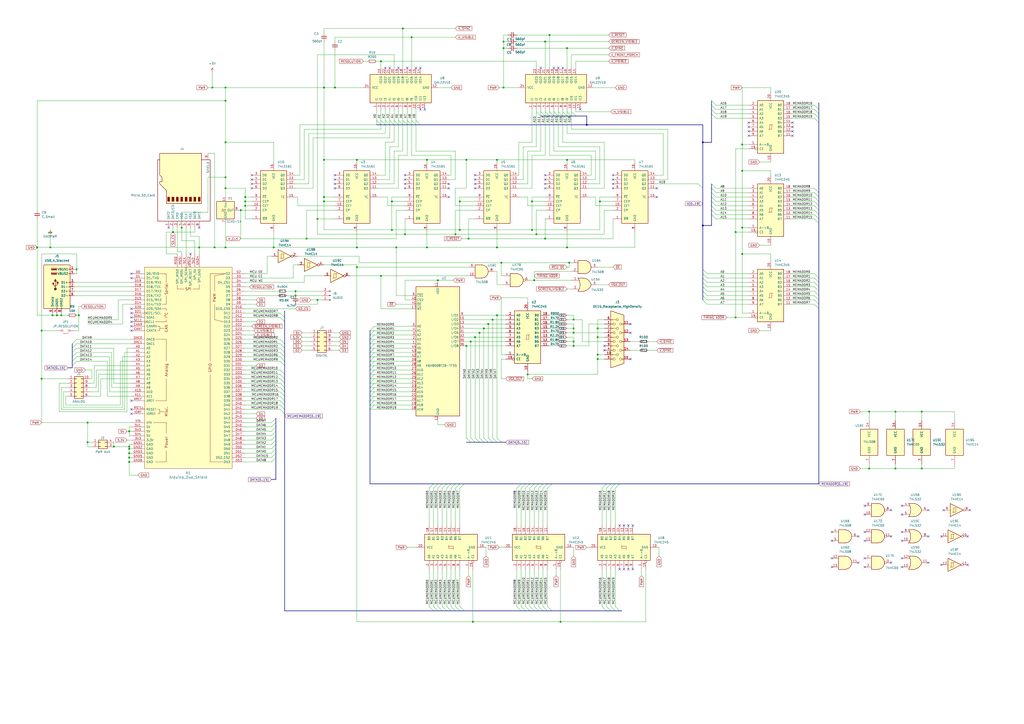
<source format=kicad_sch>
(kicad_sch (version 20231120) (generator "eeschema") (generator_version "8.0")
  (paper "A2")
  (junction (at 519.43 238.76))
  (junction (at 346.71 190.5))
  (junction (at 308.61 116.84))
  (junction (at 311.15 135.89))
  (junction (at 430.53 147.32))
  (junction (at 332.74 198.12))
  (junction (at 130.81 102.87))
  (junction (at 519.43 271.78))
  (junction (at 24.13 191.77))
  (junction (at 130.81 109.22))
  (junction (at 74.93 265.43))
  (junction (at 504.19 271.78))
  (junction (at 280.67 190.5))
  (junction (at 426.72 184.15))
  (junction (at 316.23 24.13))
  (junction (at 207.01 92.71))
  (junction (at 74.93 259.08))
  (junction (at 171.45 171.45))
  (junction (at 233.68 16.51))
  (junction (at 139.7 121.92))
  (junction (at 142.24 119.38))
  (junction (at 21.59 143.51))
  (junction (at 328.93 143.51))
  (junction (at 220.98 160.02))
  (junction (at 74.93 267.97))
  (junction (at 29.21 143.51))
  (junction (at 316.23 138.43))
  (junction (at 24.13 219.71))
  (junction (at 270.51 200.66))
  (junction (at 332.74 185.42))
  (junction (at 347.98 116.84))
  (junction (at 407.67 82.55))
  (junction (at 318.77 20.32))
  (junction (at 285.75 185.42))
  (junction (at 130.81 82.55))
  (junction (at 130.81 50.8))
  (junction (at 332.74 200.66))
  (junction (at 238.76 21.59))
  (junction (at 194.31 50.8))
  (junction (at 325.12 360.68))
  (junction (at 187.96 50.8))
  (junction (at 270.51 92.71))
  (junction (at 45.72 182.88))
  (junction (at 278.13 193.04))
  (junction (at 308.61 133.35))
  (junction (at 187.96 116.84))
  (junction (at 346.71 205.74))
  (junction (at 220.98 35.56))
  (junction (at 142.24 114.3))
  (junction (at 33.02 182.88))
  (junction (at 30.48 182.88))
  (junction (at 288.29 182.88))
  (junction (at 288.29 143.51))
  (junction (at 184.15 173.99))
  (junction (at 290.83 152.4))
  (junction (at 534.67 271.78))
  (junction (at 207.01 154.94))
  (junction (at 74.93 262.89))
  (junction (at 66.04 259.08))
  (junction (at 207.01 143.51))
  (junction (at 247.65 143.51))
  (junction (at 184.15 127))
  (junction (at 130.81 58.42))
  (junction (at 430.53 99.06))
  (junction (at 50.8 256.54))
  (junction (at 430.53 83.82))
  (junction (at 309.88 162.56))
  (junction (at 187.96 92.71))
  (junction (at 330.2 152.4))
  (junction (at 229.87 143.51))
  (junction (at 266.7 133.35))
  (junction (at 340.36 72.39))
  (junction (at 234.95 135.89))
  (junction (at 35.56 182.88))
  (junction (at 275.59 195.58))
  (junction (at 123.19 50.8))
  (junction (at 158.75 143.51))
  (junction (at 264.16 135.89))
  (junction (at 346.71 195.58))
  (junction (at 74.93 260.35))
  (junction (at 100.33 134.62))
  (junction (at 115.57 143.51))
  (junction (at 332.74 190.5))
  (junction (at 247.65 92.71))
  (junction (at 254 162.56))
  (junction (at 124.46 143.51))
  (junction (at 283.21 187.96))
  (junction (at 426.72 134.62))
  (junction (at 430.53 132.08))
  (junction (at 534.67 238.76))
  (junction (at 504.19 238.76))
  (junction (at 346.71 208.28))
  (junction (at 292.1 27.94))
  (junction (at 74.93 250.19))
  (junction (at 227.33 116.84))
  (junction (at 274.32 360.68))
  (junction (at 328.93 27.94))
  (junction (at 328.93 92.71))
  (junction (at 407.67 130.81))
  (junction (at 177.8 138.43))
  (junction (at 306.07 217.17))
  (junction (at 288.29 92.71))
  (junction (at 273.05 198.12))
  (junction (at 50.8 245.11))
  (junction (at 227.33 133.35))
  (junction (at 332.74 193.04))
  (junction (at 171.45 168.91))
  (junction (at 44.45 156.21))
  (junction (at 266.7 116.84))
  (junction (at 292.1 24.13))
  (junction (at 130.81 143.51))
  (junction (at 292.1 50.8))
  (junction (at 142.24 116.84))
  (junction (at 105.41 132.08))
  (junction (at 271.78 138.43))
  (junction (at 187.96 114.3))
  (no_connect (at 381 109.22))
  (no_connect (at 501.65 328.93))
  (no_connect (at 97.79 132.08))
  (no_connect (at 241.3 39.37))
  (no_connect (at 76.2 240.03))
  (no_connect (at 321.31 39.37))
  (no_connect (at 459.74 78.74))
  (no_connect (at 361.95 330.2))
  (no_connect (at 355.6 101.6))
  (no_connect (at 260.35 114.3))
  (no_connect (at 194.31 101.6))
  (no_connect (at 76.2 161.29))
  (no_connect (at 538.48 311.15))
  (no_connect (at 434.34 78.74))
  (no_connect (at 538.48 295.91))
  (no_connect (at 194.31 106.68))
  (no_connect (at 516.89 326.39))
  (no_connect (at 482.6 328.93))
  (no_connect (at 236.22 39.37))
  (no_connect (at 434.34 73.66))
  (no_connect (at 234.95 104.14))
  (no_connect (at 562.61 295.91))
  (no_connect (at 501.65 308.61))
  (no_connect (at 365.76 187.96))
  (no_connect (at 523.24 308.61))
  (no_connect (at 110.49 147.32))
  (no_connect (at 260.35 109.22))
  (no_connect (at 482.6 323.85))
  (no_connect (at 459.74 73.66))
  (no_connect (at 482.6 308.61))
  (no_connect (at 497.84 326.39))
  (no_connect (at 194.31 104.14))
  (no_connect (at 323.85 39.37))
  (no_connect (at 381 114.3))
  (no_connect (at 146.05 104.14))
  (no_connect (at 523.24 313.69))
  (no_connect (at 365.76 193.04))
  (no_connect (at 367.03 304.8))
  (no_connect (at 146.05 109.22))
  (no_connect (at 231.14 39.37))
  (no_connect (at 459.74 76.2))
  (no_connect (at 516.89 295.91))
  (no_connect (at 76.2 179.07))
  (no_connect (at 316.23 109.22))
  (no_connect (at 501.65 293.37))
  (no_connect (at 501.65 313.69))
  (no_connect (at 355.6 106.68))
  (no_connect (at 365.76 208.28))
  (no_connect (at 316.23 101.6))
  (no_connect (at 76.2 232.41))
  (no_connect (at 359.41 330.2))
  (no_connect (at 361.95 304.8))
  (no_connect (at 275.59 101.6))
  (no_connect (at 516.89 311.15))
  (no_connect (at 275.59 109.22))
  (no_connect (at 497.84 311.15))
  (no_connect (at 313.69 39.37))
  (no_connect (at 547.37 295.91))
  (no_connect (at 523.24 328.93))
  (no_connect (at 326.39 39.37))
  (no_connect (at 355.6 104.14))
  (no_connect (at 561.34 311.15))
  (no_connect (at 538.48 326.39))
  (no_connect (at 243.84 63.5))
  (no_connect (at 234.95 109.22))
  (no_connect (at 234.95 101.6))
  (no_connect (at 234.95 106.68))
  (no_connect (at 546.1 327.66))
  (no_connect (at 501.65 298.45))
  (no_connect (at 434.34 76.2))
  (no_connect (at 561.34 327.66))
  (no_connect (at 546.1 311.15))
  (no_connect (at 434.34 71.12))
  (no_connect (at 76.2 186.69))
  (no_connect (at 246.38 63.5))
  (no_connect (at 76.2 191.77))
  (no_connect (at 523.24 323.85))
  (no_connect (at 76.2 158.75))
  (no_connect (at 336.55 63.5))
  (no_connect (at 316.23 106.68))
  (no_connect (at 76.2 181.61))
  (no_connect (at 316.23 104.14))
  (no_connect (at 355.6 109.22))
  (no_connect (at 359.41 304.8))
  (no_connect (at 243.84 39.37))
  (no_connect (at 194.31 109.22))
  (no_connect (at 523.24 298.45))
  (no_connect (at 501.65 323.85))
  (no_connect (at 364.49 304.8))
  (no_connect (at 275.59 106.68))
  (no_connect (at 76.2 184.15))
  (no_connect (at 350.52 203.2))
  (no_connect (at 275.59 104.14))
  (no_connect (at 367.03 330.2))
  (no_connect (at 115.57 132.08))
  (no_connect (at 482.6 313.69))
  (no_connect (at 76.2 237.49))
  (no_connect (at 350.52 200.66))
  (no_connect (at 146.05 106.68))
  (no_connect (at 223.52 39.37))
  (no_connect (at 260.35 106.68))
  (no_connect (at 226.06 39.37))
  (no_connect (at 523.24 293.37))
  (no_connect (at 459.74 71.12))
  (no_connect (at 146.05 101.6))
  (no_connect (at 76.2 189.23))
  (no_connect (at 364.49 330.2))
  (bus_entry (at 254 351.79) (size 2.54 2.54))
  (bus_entry (at 351.79 351.79) (size 2.54 2.54))
  (bus_entry (at 472.44 121.92) (size 2.54 2.54))
  (bus_entry (at 472.44 60.96) (size 2.54 2.54))
  (bus_entry (at 162.56 184.15) (size 2.54 2.54))
  (bus_entry (at 410.21 166.37) (size -2.54 -2.54))
  (bus_entry (at 217.17 227.33) (size -2.54 2.54))
  (bus_entry (at 415.29 127) (size -2.54 -2.54))
  (bus_entry (at 472.44 109.22) (size 2.54 2.54))
  (bus_entry (at 226.06 69.85) (size 2.54 2.54))
  (bus_entry (at 44.45 199.39) (size -2.54 2.54))
  (bus_entry (at 217.17 217.17) (size -2.54 2.54))
  (bus_entry (at 162.56 237.49) (size 2.54 2.54))
  (bus_entry (at 472.44 124.46) (size 2.54 2.54))
  (bus_entry (at 157.48 265.43) (size 2.54 -2.54))
  (bus_entry (at 157.48 267.97) (size 2.54 -2.54))
  (bus_entry (at 217.17 194.31) (size -2.54 2.54))
  (bus_entry (at 217.17 204.47) (size -2.54 2.54))
  (bus_entry (at 307.34 283.21) (size 2.54 -2.54))
  (bus_entry (at 331.47 64.77) (size 2.54 2.54))
  (bus_entry (at 248.92 283.21) (size 2.54 -2.54))
  (bus_entry (at 264.16 283.21) (size 2.54 -2.54))
  (bus_entry (at 217.17 212.09) (size -2.54 2.54))
  (bus_entry (at 299.72 351.79) (size 2.54 2.54))
  (bus_entry (at 157.48 257.81) (size 2.54 -2.54))
  (bus_entry (at 44.45 209.55) (size -2.54 2.54))
  (bus_entry (at 217.17 222.25) (size -2.54 2.54))
  (bus_entry (at 472.44 173.99) (size 2.54 2.54))
  (bus_entry (at 256.54 351.79) (size 2.54 2.54))
  (bus_entry (at 410.21 173.99) (size -2.54 -2.54))
  (bus_entry (at 236.22 69.85) (size 2.54 2.54))
  (bus_entry (at 349.25 283.21) (size 2.54 -2.54))
  (bus_entry (at 354.33 283.21) (size 2.54 -2.54))
  (bus_entry (at 162.56 207.01) (size 2.54 2.54))
  (bus_entry (at 410.21 168.91) (size -2.54 -2.54))
  (bus_entry (at 162.56 199.39) (size 2.54 2.54))
  (bus_entry (at 217.17 189.23) (size -2.54 2.54))
  (bus_entry (at 472.44 166.37) (size 2.54 2.54))
  (bus_entry (at 410.21 171.45) (size -2.54 -2.54))
  (bus_entry (at 259.08 283.21) (size 2.54 -2.54))
  (bus_entry (at 415.29 63.5) (size -2.54 -2.54))
  (bus_entry (at 354.33 351.79) (size 2.54 2.54))
  (bus_entry (at 254 283.21) (size 2.54 -2.54))
  (bus_entry (at 304.8 351.79) (size 2.54 2.54))
  (bus_entry (at 472.44 176.53) (size 2.54 2.54))
  (bus_entry (at 217.17 229.87) (size -2.54 2.54))
  (bus_entry (at 266.7 283.21) (size 2.54 -2.54))
  (bus_entry (at 44.45 204.47) (size -2.54 2.54))
  (bus_entry (at 472.44 158.75) (size 2.54 2.54))
  (bus_entry (at 278.13 254) (size 2.54 2.54))
  (bus_entry (at 472.44 168.91) (size 2.54 2.54))
  (bus_entry (at 316.23 64.77) (size 2.54 2.54))
  (bus_entry (at 218.44 69.85) (size 2.54 2.54))
  (bus_entry (at 472.44 127) (size 2.54 2.54))
  (bus_entry (at 162.56 227.33) (size 2.54 2.54))
  (bus_entry (at 280.67 254) (size 2.54 2.54))
  (bus_entry (at 162.56 209.55) (size 2.54 2.54))
  (bus_entry (at 314.96 283.21) (size 2.54 -2.54))
  (bus_entry (at 326.39 64.77) (size 2.54 2.54))
  (bus_entry (at 415.29 66.04) (size -2.54 -2.54))
  (bus_entry (at 259.08 351.79) (size 2.54 2.54))
  (bus_entry (at 415.29 119.38) (size -2.54 -2.54))
  (bus_entry (at 410.21 163.83) (size -2.54 -2.54))
  (bus_entry (at 157.48 260.35) (size 2.54 -2.54))
  (bus_entry (at 228.6 69.85) (size 2.54 2.54))
  (bus_entry (at 217.17 224.79) (size -2.54 2.54))
  (bus_entry (at 410.21 161.29) (size -2.54 -2.54))
  (bus_entry (at 321.31 64.77) (size 2.54 2.54))
  (bus_entry (at 44.45 201.93) (size -2.54 2.54))
  (bus_entry (at 162.56 229.87) (size 2.54 2.54))
  (bus_entry (at 157.48 245.11) (size 2.54 -2.54))
  (bus_entry (at 217.17 232.41) (size -2.54 2.54))
  (bus_entry (at 261.62 283.21) (size 2.54 -2.54))
  (bus_entry (at 162.56 232.41) (size 2.54 2.54))
  (bus_entry (at 349.25 351.79) (size 2.54 2.54))
  (bus_entry (at 309.88 283.21) (size 2.54 -2.54))
  (bus_entry (at 472.44 68.58) (size 2.54 2.54))
  (bus_entry (at 356.87 351.79) (size 2.54 2.54))
  (bus_entry (at 231.14 69.85) (size 2.54 2.54))
  (bus_entry (at 302.26 283.21) (size 2.54 -2.54))
  (bus_entry (at 472.44 111.76) (size 2.54 2.54))
  (bus_entry (at 472.44 66.04) (size 2.54 2.54))
  (bus_entry (at 241.3 69.85) (size 2.54 2.54))
  (bus_entry (at 472.44 116.84) (size 2.54 2.54))
  (bus_entry (at 323.85 64.77) (size 2.54 2.54))
  (bus_entry (at 356.87 283.21) (size 2.54 -2.54))
  (bus_entry (at 261.62 351.79) (size 2.54 2.54))
  (bus_entry (at 299.72 283.21) (size 2.54 -2.54))
  (bus_entry (at 264.16 351.79) (size 2.54 2.54))
  (bus_entry (at 415.29 116.84) (size -2.54 -2.54))
  (bus_entry (at 472.44 63.5) (size 2.54 2.54))
  (bus_entry (at 217.17 199.39) (size -2.54 2.54))
  (bus_entry (at 162.56 196.85) (size 2.54 2.54))
  (bus_entry (at 275.59 254) (size 2.54 2.54))
  (bus_entry (at 162.56 234.95) (size 2.54 2.54))
  (bus_entry (at 157.48 252.73) (size 2.54 -2.54))
  (bus_entry (at 472.44 171.45) (size 2.54 2.54))
  (bus_entry (at 220.98 69.85) (size 2.54 2.54))
  (bus_entry (at 248.92 351.79) (size 2.54 2.54))
  (bus_entry (at 251.46 283.21) (size 2.54 -2.54))
  (bus_entry (at 217.17 207.01) (size -2.54 2.54))
  (bus_entry (at 157.48 247.65) (size 2.54 -2.54))
  (bus_entry (at 217.17 201.93) (size -2.54 2.54))
  (bus_entry (at 412.75 106.68) (size 2.54 2.54))
  (bus_entry (at 217.17 209.55) (size -2.54 2.54))
  (bus_entry (at 217.17 219.71) (size -2.54 2.54))
  (bus_entry (at 273.05 254) (size 2.54 2.54))
  (bus_entry (at 415.29 68.58) (size -2.54 -2.54))
  (bus_entry (at 351.79 283.21) (size 2.54 -2.54))
  (bus_entry (at 309.88 351.79) (size 2.54 2.54))
  (bus_entry (at 318.77 64.77) (size 2.54 2.54))
  (bus_entry (at 44.45 207.01) (size -2.54 2.54))
  (bus_entry (at 251.46 351.79) (size 2.54 2.54))
  (bus_entry (at 312.42 283.21) (size 2.54 -2.54))
  (bus_entry (at 238.76 69.85) (size 2.54 2.54))
  (bus_entry (at 44.45 196.85) (size -2.54 2.54))
  (bus_entry (at 157.48 262.89) (size 2.54 -2.54))
  (bus_entry (at 217.17 196.85) (size -2.54 2.54))
  (bus_entry (at 311.15 64.77) (size 2.54 2.54))
  (bus_entry (at 217.17 214.63) (size -2.54 2.54))
  (bus_entry (at 472.44 163.83) (size 2.54 2.54))
  (bus_entry (at 266.7 351.79) (size 2.54 2.54))
  (bus_entry (at 162.56 222.25) (size 2.54 2.54))
  (bus_entry (at 410.21 176.53) (size -2.54 -2.54))
  (bus_entry (at 415.29 111.76) (size -2.54 -2.54))
  (bus_entry (at 233.68 69.85) (size 2.54 2.54))
  (bus_entry (at 304.8 283.21) (size 2.54 -2.54))
  (bus_entry (at 317.5 283.21) (size 2.54 -2.54))
  (bus_entry (at 472.44 114.3) (size 2.54 2.54))
  (bus_entry (at 472.44 161.29) (size 2.54 2.54))
  (bus_entry (at 302.26 351.79) (size 2.54 2.54))
  (bus_entry (at 472.44 119.38) (size 2.54 2.54))
  (bus_entry (at 162.56 224.79) (size 2.54 2.54))
  (bus_entry (at 283.21 254) (size 2.54 2.54))
  (bus_entry (at 415.29 114.3) (size -2.54 -2.54))
  (bus_entry (at 313.69 64.77) (size 2.54 2.54))
  (bus_entry (at 162.56 214.63) (size 2.54 2.54))
  (bus_entry (at 223.52 69.85) (size 2.54 2.54))
  (bus_entry (at 288.29 254) (size 2.54 2.54))
  (bus_entry (at 412.75 58.42) (size 2.54 2.54))
  (bus_entry (at 217.17 234.95) (size -2.54 2.54))
  (bus_entry (at 217.17 191.77) (size -2.54 2.54))
  (bus_entry (at 157.48 250.19) (size 2.54 -2.54))
  (bus_entry (at 162.56 201.93) (size 2.54 2.54))
  (bus_entry (at 405.13 106.68) (size 2.54 2.54))
  (bus_entry (at 415.29 121.92) (size -2.54 -2.54))
  (bus_entry (at 317.5 351.79) (size 2.54 2.54))
  (bus_entry (at 328.93 64.77) (size 2.54 2.54))
  (bus_entry (at 312.42 351.79) (size 2.54 2.54))
  (bus_entry (at 415.29 124.46) (size -2.54 -2.54))
  (bus_entry (at 256.54 283.21) (size 2.54 -2.54))
  (bus_entry (at 162.56 219.71) (size 2.54 2.54))
  (bus_entry (at 162.56 181.61) (size 2.54 2.54))
  (bus_entry (at 162.56 217.17) (size 2.54 2.54))
  (bus_entry (at 314.96 351.79) (size 2.54 2.54))
  (bus_entry (at 285.75 254) (size 2.54 2.54))
  (bus_entry (at 162.56 204.47) (size 2.54 2.54))
  (bus_entry (at 270.51 254) (size 2.54 2.54))
  (bus_entry (at 157.48 255.27) (size 2.54 -2.54))
  (bus_entry (at 307.34 351.79) (size 2.54 2.54))
  (bus_entry (at 410.21 158.75) (size -2.54 -2.54))
  (wire (pts (xy 217.17 232.41) (xy 238.76 232.41)))
  (wire (pts (xy 308.61 114.3) (xy 316.23 114.3)))
  (bus (pts (xy 320.04 354.33) (xy 351.79 354.33)))
  (wire (pts (xy 43.18 168.91) (xy 76.2 168.91)))
  (wire (pts (xy 269.24 200.66) (xy 270.51 200.66)))
  (wire (pts (xy 177.8 121.92) (xy 194.31 121.92)))
  (wire (pts (xy 142.24 245.11) (xy 157.48 245.11)))
  (bus (pts (xy 165.1 219.71) (xy 165.1 222.25)))
  (bus (pts (xy 302.26 354.33) (xy 304.8 354.33)))
  (wire (pts (xy 142.24 250.19) (xy 157.48 250.19)))
  (wire (pts (xy 218.44 69.85) (xy 218.44 63.5)))
  (wire (pts (xy 217.17 194.31) (xy 238.76 194.31)))
  (wire (pts (xy 175.26 195.58) (xy 180.34 195.58)))
  (wire (pts (xy 306.07 217.17) (xy 306.07 219.71)))
  (wire (pts (xy 313.69 67.31) (xy 313.69 87.63)))
  (wire (pts (xy 355.6 138.43) (xy 355.6 127)))
  (wire (pts (xy 347.98 85.09) (xy 347.98 106.68)))
  (wire (pts (xy 207.01 153.67) (xy 207.01 154.94)))
  (wire (pts (xy 96.52 134.62) (xy 100.33 134.62)))
  (bus (pts (xy 407.67 173.99) (xy 407.67 171.45)))
  (wire (pts (xy 275.59 254) (xy 275.59 195.58)))
  (wire (pts (xy 346.71 190.5) (xy 346.71 195.58)))
  (wire (pts (xy 217.17 219.71) (xy 238.76 219.71)))
  (wire (pts (xy 346.71 205.74) (xy 346.71 208.28)))
  (wire (pts (xy 254 351.79) (xy 254 330.2)))
  (bus (pts (xy 412.75 109.22) (xy 412.75 106.68)))
  (wire (pts (xy 313.69 87.63) (xy 306.07 87.63)))
  (wire (pts (xy 217.17 224.79) (xy 238.76 224.79)))
  (wire (pts (xy 96.52 147.32) (xy 96.52 134.62)))
  (bus (pts (xy 160.02 255.27) (xy 160.02 252.73)))
  (wire (pts (xy 21.59 127) (xy 21.59 143.51)))
  (wire (pts (xy 227.33 116.84) (xy 234.95 116.84)))
  (wire (pts (xy 223.52 82.55) (xy 228.6 82.55)))
  (wire (pts (xy 328.93 182.88) (xy 332.74 182.88)))
  (wire (pts (xy 288.29 157.48) (xy 288.29 165.1)))
  (wire (pts (xy 142.24 196.85) (xy 162.56 196.85)))
  (wire (pts (xy 264.16 109.22) (xy 264.16 119.38)))
  (wire (pts (xy 142.24 260.35) (xy 157.48 260.35)))
  (wire (pts (xy 292.1 20.32) (xy 292.1 24.13)))
  (wire (pts (xy 264.16 135.89) (xy 264.16 121.92)))
  (bus (pts (xy 214.63 201.93) (xy 214.63 204.47)))
  (wire (pts (xy 194.31 114.3) (xy 187.96 114.3)))
  (wire (pts (xy 415.29 116.84) (xy 434.34 116.84)))
  (wire (pts (xy 102.87 147.32) (xy 96.52 147.32)))
  (wire (pts (xy 519.43 269.24) (xy 519.43 271.78)))
  (bus (pts (xy 314.96 280.67) (xy 317.5 280.67)))
  (wire (pts (xy 308.61 90.17) (xy 316.23 90.17)))
  (wire (pts (xy 233.68 16.51) (xy 233.68 39.37)))
  (wire (pts (xy 316.23 138.43) (xy 355.6 138.43)))
  (wire (pts (xy 299.72 351.79) (xy 299.72 330.2)))
  (wire (pts (xy 356.87 283.21) (xy 356.87 304.8)))
  (wire (pts (xy 294.64 20.32) (xy 292.1 20.32)))
  (wire (pts (xy 292.1 50.8) (xy 300.99 50.8)))
  (wire (pts (xy 179.07 77.47) (xy 179.07 106.68)))
  (wire (pts (xy 328.93 167.64) (xy 331.47 167.64)))
  (wire (pts (xy 306.07 172.72) (xy 306.07 175.26)))
  (bus (pts (xy 254 354.33) (xy 256.54 354.33)))
  (wire (pts (xy 218.44 72.39) (xy 218.44 69.85)))
  (wire (pts (xy 146.05 127) (xy 142.24 127)))
  (wire (pts (xy 354.33 351.79) (xy 354.33 330.2)))
  (wire (pts (xy 34.29 238.76) (xy 73.66 238.76)))
  (wire (pts (xy 410.21 163.83) (xy 434.34 163.83)))
  (wire (pts (xy 459.74 176.53) (xy 472.44 176.53)))
  (wire (pts (xy 415.29 114.3) (xy 434.34 114.3)))
  (bus (pts (xy 160.02 278.13) (xy 160.02 265.43)))
  (wire (pts (xy 447.04 53.34) (xy 447.04 50.8)))
  (wire (pts (xy 308.61 116.84) (xy 308.61 133.35)))
  (wire (pts (xy 105.41 123.19) (xy 120.65 123.19)))
  (wire (pts (xy 172.72 114.3) (xy 172.72 119.38)))
  (wire (pts (xy 350.52 185.42) (xy 346.71 185.42)))
  (wire (pts (xy 434.34 184.15) (xy 426.72 184.15)))
  (wire (pts (xy 434.34 86.36) (xy 426.72 86.36)))
  (bus (pts (xy 474.98 161.29) (xy 474.98 163.83)))
  (wire (pts (xy 345.44 114.3) (xy 345.44 119.38)))
  (bus (pts (xy 474.98 63.5) (xy 474.98 66.04)))
  (wire (pts (xy 248.92 283.21) (xy 248.92 304.8)))
  (wire (pts (xy 266.7 114.3) (xy 266.7 116.84)))
  (wire (pts (xy 39.37 227.33) (xy 36.83 227.33)))
  (wire (pts (xy 36.83 236.22) (xy 71.12 236.22)))
  (wire (pts (xy 269.24 193.04) (xy 278.13 193.04)))
  (wire (pts (xy 71.12 236.22) (xy 71.12 207.01)))
  (wire (pts (xy 166.37 171.45) (xy 171.45 171.45)))
  (wire (pts (xy 39.37 222.25) (xy 34.29 222.25)))
  (wire (pts (xy 316.23 138.43) (xy 316.23 127)))
  (wire (pts (xy 290.83 152.4) (xy 208.28 152.4)))
  (wire (pts (xy 519.43 238.76) (xy 534.67 238.76)))
  (wire (pts (xy 241.3 87.63) (xy 241.3 72.39)))
  (wire (pts (xy 142.24 176.53) (xy 148.59 176.53)))
  (bus (pts (xy 269.24 280.67) (xy 302.26 280.67)))
  (wire (pts (xy 309.88 351.79) (xy 309.88 330.2)))
  (bus (pts (xy 251.46 354.33) (xy 254 354.33)))
  (wire (pts (xy 228.6 106.68) (xy 228.6 87.63)))
  (bus (pts (xy 160.02 250.19) (xy 160.02 247.65)))
  (wire (pts (xy 207.01 92.71) (xy 247.65 92.71)))
  (bus (pts (xy 302.26 280.67) (xy 304.8 280.67)))
  (wire (pts (xy 44.45 207.01) (xy 63.5 207.01)))
  (bus (pts (xy 474.98 68.58) (xy 474.98 71.12)))
  (bus (pts (xy 412.75 63.5) (xy 412.75 66.04)))
  (wire (pts (xy 238.76 72.39) (xy 238.76 69.85)))
  (wire (pts (xy 346.71 217.17) (xy 306.07 217.17)))
  (wire (pts (xy 375.92 198.12) (xy 381 198.12)))
  (wire (pts (xy 234.95 114.3) (xy 227.33 114.3)))
  (wire (pts (xy 347.98 106.68) (xy 341.63 106.68)))
  (wire (pts (xy 123.19 50.8) (xy 130.81 50.8)))
  (wire (pts (xy 264.16 104.14) (xy 260.35 104.14)))
  (wire (pts (xy 266.7 116.84) (xy 266.7 133.35)))
  (wire (pts (xy 304.8 351.79) (xy 304.8 330.2)))
  (wire (pts (xy 194.31 21.59) (xy 238.76 21.59)))
  (wire (pts (xy 217.17 191.77) (xy 238.76 191.77)))
  (wire (pts (xy 504.19 271.78) (xy 519.43 271.78)))
  (wire (pts (xy 24.13 147.32) (xy 24.13 191.77)))
  (wire (pts (xy 74.93 275.59) (xy 80.01 275.59)))
  (bus (pts (xy 214.63 212.09) (xy 214.63 214.63)))
  (wire (pts (xy 220.98 72.39) (xy 220.98 69.85)))
  (wire (pts (xy 292.1 24.13) (xy 292.1 27.94)))
  (wire (pts (xy 278.13 193.04) (xy 293.37 193.04)))
  (wire (pts (xy 120.65 88.9) (xy 124.46 88.9)))
  (wire (pts (xy 273.05 198.12) (xy 293.37 198.12)))
  (bus (pts (xy 326.39 67.31) (xy 328.93 67.31)))
  (bus (pts (xy 214.63 237.49) (xy 214.63 280.67)))
  (wire (pts (xy 158.75 143.51) (xy 207.01 143.51)))
  (wire (pts (xy 283.21 187.96) (xy 293.37 187.96)))
  (wire (pts (xy 459.74 161.29) (xy 472.44 161.29)))
  (wire (pts (xy 410.21 173.99) (xy 434.34 173.99)))
  (wire (pts (xy 45.72 191.77) (xy 43.18 191.77)))
  (bus (pts (xy 285.75 256.54) (xy 283.21 256.54)))
  (wire (pts (xy 142.24 229.87) (xy 162.56 229.87)))
  (wire (pts (xy 308.61 116.84) (xy 308.61 114.3)))
  (wire (pts (xy 210.82 35.56) (xy 213.36 35.56)))
  (wire (pts (xy 332.74 200.66) (xy 328.93 200.66)))
  (wire (pts (xy 229.87 143.51) (xy 229.87 171.45)))
  (wire (pts (xy 350.52 135.89) (xy 311.15 135.89)))
  (wire (pts (xy 238.76 39.37) (xy 238.76 21.59)))
  (bus (pts (xy 412.75 124.46) (xy 412.75 121.92)))
  (wire (pts (xy 459.74 158.75) (xy 472.44 158.75)))
  (bus (pts (xy 241.3 72.39) (xy 243.84 72.39)))
  (bus (pts (xy 278.13 256.54) (xy 275.59 256.54)))
  (wire (pts (xy 187.96 50.8) (xy 187.96 92.71)))
  (bus (pts (xy 214.63 219.71) (xy 214.63 222.25)))
  (wire (pts (xy 193.04 198.12) (xy 196.85 198.12)))
  (wire (pts (xy 321.31 64.77) (xy 321.31 67.31)))
  (bus (pts (xy 309.88 280.67) (xy 312.42 280.67)))
  (wire (pts (xy 187.96 92.71) (xy 187.96 114.3)))
  (wire (pts (xy 264.16 135.89) (xy 311.15 135.89)))
  (bus (pts (xy 41.91 207.01) (xy 41.91 209.55)))
  (bus (pts (xy 165.1 204.47) (xy 165.1 207.01)))
  (wire (pts (xy 231.14 72.39) (xy 231.14 85.09)))
  (wire (pts (xy 176.53 104.14) (xy 176.53 74.93)))
  (wire (pts (xy 415.29 68.58) (xy 434.34 68.58)))
  (wire (pts (xy 53.34 219.71) (xy 52.07 219.71)))
  (wire (pts (xy 142.24 242.57) (xy 148.59 242.57)))
  (bus (pts (xy 214.63 229.87) (xy 214.63 232.41)))
  (wire (pts (xy 207.01 92.71) (xy 187.96 92.71)))
  (bus (pts (xy 264.16 354.33) (xy 266.7 354.33)))
  (wire (pts (xy 261.62 101.6) (xy 260.35 101.6)))
  (wire (pts (xy 228.6 72.39) (xy 228.6 69.85)))
  (bus (pts (xy 307.34 280.67) (xy 309.88 280.67)))
  (bus (pts (xy 323.85 67.31) (xy 326.39 67.31)))
  (wire (pts (xy 139.7 121.92) (xy 139.7 138.43)))
  (wire (pts (xy 318.77 200.66) (xy 323.85 200.66)))
  (wire (pts (xy 105.41 146.05) (xy 105.41 147.32)))
  (bus (pts (xy 412.75 116.84) (xy 412.75 114.3)))
  (wire (pts (xy 229.87 143.51) (xy 247.65 143.51)))
  (bus (pts (xy 314.96 354.33) (xy 317.5 354.33)))
  (bus (pts (xy 307.34 354.33) (xy 309.88 354.33)))
  (wire (pts (xy 66.04 222.25) (xy 76.2 222.25)))
  (wire (pts (xy 21.59 182.88) (xy 30.48 182.88)))
  (wire (pts (xy 43.18 171.45) (xy 76.2 171.45)))
  (bus (pts (xy 254 280.67) (xy 256.54 280.67)))
  (wire (pts (xy 415.29 109.22) (xy 434.34 109.22)))
  (wire (pts (xy 229.87 138.43) (xy 177.8 138.43)))
  (bus (pts (xy 165.1 180.34) (xy 165.1 184.15)))
  (wire (pts (xy 171.45 171.45) (xy 186.69 171.45)))
  (wire (pts (xy 307.34 162.56) (xy 309.88 162.56)))
  (wire (pts (xy 43.18 158.75) (xy 44.45 158.75)))
  (wire (pts (xy 434.34 132.08) (xy 430.53 132.08)))
  (wire (pts (xy 177.8 138.43) (xy 177.8 121.92)))
  (wire (pts (xy 214.63 217.17) (xy 217.17 217.17)))
  (wire (pts (xy 275.59 114.3) (xy 266.7 114.3)))
  (wire (pts (xy 312.42 283.21) (xy 312.42 304.8)))
  (wire (pts (xy 120.65 102.87) (xy 130.81 102.87)))
  (wire (pts (xy 326.39 64.77) (xy 326.39 63.5)))
  (wire (pts (xy 217.17 222.25) (xy 238.76 222.25)))
  (wire (pts (xy 130.81 102.87) (xy 130.81 109.22)))
  (wire (pts (xy 341.63 187.96) (xy 341.63 200.66)))
  (wire (pts (xy 171.45 109.22) (xy 181.61 109.22)))
  (wire (pts (xy 247.65 134.62) (xy 247.65 143.51)))
  (wire (pts (xy 74.93 265.43) (xy 76.2 265.43)))
  (wire (pts (xy 220.98 35.56) (xy 311.15 35.56)))
  (wire (pts (xy 350.52 109.22) (xy 350.52 82.55)))
  (wire (pts (xy 288.29 92.71) (xy 270.51 92.71)))
  (wire (pts (xy 72.39 204.47) (xy 72.39 237.49)))
  (wire (pts (xy 142.24 116.84) (xy 142.24 114.3)))
  (wire (pts (xy 269.24 187.96) (xy 283.21 187.96)))
  (wire (pts (xy 303.53 104.14) (xy 303.53 85.09)))
  (bus (pts (xy 41.91 204.47) (xy 41.91 207.01)))
  (wire (pts (xy 316.23 116.84) (xy 308.61 116.84)))
  (bus (pts (xy 407.67 158.75) (xy 407.67 156.21)))
  (bus (pts (xy 165.1 201.93) (xy 165.1 204.47)))
  (wire (pts (xy 266.7 283.21) (xy 266.7 304.8)))
  (wire (pts (xy 44.45 204.47) (xy 64.77 204.47)))
  (bus (pts (xy 407.67 72.39) (xy 407.67 82.55)))
  (wire (pts (xy 234.95 162.56) (xy 254 162.56)))
  (wire (pts (xy 382.27 317.5) (xy 382.27 322.58)))
  (wire (pts (xy 74.93 250.19) (xy 74.93 247.65)))
  (wire (pts (xy 459.74 63.5) (xy 472.44 63.5)))
  (wire (pts (xy 387.35 74.93) (xy 387.35 104.14)))
  (bus (pts (xy 256.54 354.33) (xy 259.08 354.33)))
  (wire (pts (xy 316.23 90.17) (xy 316.23 67.31)))
  (wire (pts (xy 142.24 247.65) (xy 157.48 247.65)))
  (wire (pts (xy 346.71 185.42) (xy 346.71 190.5)))
  (wire (pts (xy 66.04 259.08) (xy 74.93 259.08)))
  (bus (pts (xy 356.87 354.33) (xy 359.41 354.33)))
  (wire (pts (xy 207.01 154.94) (xy 207.01 360.68)))
  (wire (pts (xy 217.17 214.63) (xy 238.76 214.63)))
  (wire (pts (xy 299.72 20.32) (xy 318.77 20.32)))
  (wire (pts (xy 430.53 147.32) (xy 430.53 181.61)))
  (wire (pts (xy 142.24 168.91) (xy 161.29 168.91)))
  (wire (pts (xy 288.29 143.51) (xy 328.93 143.51)))
  (wire (pts (xy 236.22 90.17) (xy 236.22 72.39)))
  (wire (pts (xy 430.53 99.06) (xy 430.53 83.82)))
  (wire (pts (xy 142.24 166.37) (xy 144.78 166.37)))
  (wire (pts (xy 74.93 257.81) (xy 74.93 259.08)))
  (wire (pts (xy 142.24 204.47) (xy 162.56 204.47)))
  (bus (pts (xy 474.98 124.46) (xy 474.98 127)))
  (wire (pts (xy 207.01 143.51) (xy 229.87 143.51)))
  (bus (pts (xy 264.16 280.67) (xy 266.7 280.67)))
  (wire (pts (xy 306.07 106.68) (xy 300.99 106.68)))
  (wire (pts (xy 313.69 64.77) (xy 313.69 67.31)))
  (wire (pts (xy 29.21 143.51) (xy 115.57 143.51)))
  (wire (pts (xy 328.93 27.94) (xy 353.06 27.94)))
  (wire (pts (xy 308.61 109.22) (xy 308.61 90.17)))
  (wire (pts (xy 311.15 63.5) (xy 311.15 64.77)))
  (wire (pts (xy 214.63 234.95) (xy 217.17 234.95)))
  (wire (pts (xy 346.71 205.74) (xy 350.52 205.74)))
  (wire (pts (xy 346.71 195.58) (xy 346.71 205.74)))
  (wire (pts (xy 223.52 101.6) (xy 223.52 82.55)))
  (wire (pts (xy 287.02 157.48) (xy 288.29 157.48)))
  (wire (pts (xy 66.04 222.25) (xy 66.04 201.93)))
  (wire (pts (xy 328.93 195.58) (xy 332.74 195.58)))
  (wire (pts (xy 309.88 157.48) (xy 309.88 162.56)))
  (bus (pts (xy 165.1 234.95) (xy 165.1 232.41)))
  (bus (pts (xy 165.1 240.03) (xy 165.1 354.33)))
  (wire (pts (xy 130.81 58.42) (xy 130.81 82.55)))
  (bus (pts (xy 266.7 280.67) (xy 269.24 280.67)))
  (wire (pts (xy 351.79 283.21) (xy 351.79 304.8)))
  (wire (pts (xy 459.74 119.38) (xy 472.44 119.38)))
  (wire (pts (xy 158.75 134.62) (xy 158.75 143.51)))
  (wire (pts (xy 346.71 165.1) (xy 353.06 165.1)))
  (wire (pts (xy 142.24 262.89) (xy 157.48 262.89)))
  (bus (pts (xy 412.75 114.3) (xy 412.75 111.76)))
  (wire (pts (xy 208.28 152.4) (xy 208.28 148.59)))
  (wire (pts (xy 328.93 92.71) (xy 328.93 93.98)))
  (bus (pts (xy 214.63 227.33) (xy 214.63 229.87)))
  (bus (pts (xy 407.67 109.22) (xy 407.67 130.81)))
  (wire (pts (xy 76.2 267.97) (xy 74.93 267.97)))
  (wire (pts (xy 171.45 101.6) (xy 173.99 101.6)))
  (wire (pts (xy 236.22 72.39) (xy 236.22 69.85)))
  (wire (pts (xy 342.9 90.17) (xy 342.9 101.6)))
  (wire (pts (xy 74.93 250.19) (xy 76.2 250.19)))
  (wire (pts (xy 288.29 165.1) (xy 292.1 165.1)))
  (wire (pts (xy 76.2 209.55) (xy 69.85 209.55)))
  (wire (pts (xy 162.56 219.71) (xy 142.24 219.71)))
  (wire (pts (xy 223.52 77.47) (xy 179.07 77.47)))
  (wire (pts (xy 50.8 185.42) (xy 68.58 185.42)))
  (bus (pts (xy 165.1 212.09) (xy 165.1 217.17)))
  (bus (pts (xy 283.21 256.54) (xy 280.67 256.54)))
  (wire (pts (xy 172.72 119.38) (xy 194.31 119.38)))
  (wire (pts (xy 345.44 119.38) (xy 355.6 119.38)))
  (wire (pts (xy 100.33 132.08) (xy 100.33 134.62)))
  (wire (pts (xy 171.45 168.91) (xy 171.45 171.45)))
  (wire (pts (xy 459.74 111.76) (xy 472.44 111.76)))
  (wire (pts (xy 271.78 138.43) (xy 316.23 138.43)))
  (wire (pts (xy 45.72 182.88) (xy 44.45 182.88)))
  (wire (pts (xy 236.22 317.5) (xy 241.3 317.5)))
  (wire (pts (xy 318.77 67.31) (xy 318.77 90.17)))
  (wire (pts (xy 220.98 74.93) (xy 220.98 72.39)))
  (wire (pts (xy 459.74 68.58) (xy 472.44 68.58)))
  (bus (pts (xy 231.14 72.39) (xy 233.68 72.39)))
  (wire (pts (xy 76.2 212.09) (xy 54.61 212.09)))
  (wire (pts (xy 332.74 198.12) (xy 332.74 200.66)))
  (wire (pts (xy 214.63 219.71) (xy 217.17 219.71)))
  (wire (pts (xy 328.93 185.42) (xy 332.74 185.42)))
  (bus (pts (xy 412.75 121.92) (xy 412.75 119.38)))
  (bus (pts (xy 259.08 354.33) (xy 261.62 354.33)))
  (wire (pts (xy 39.37 182.88) (xy 35.56 182.88)))
  (bus (pts (xy 474.98 179.07) (xy 474.98 280.67)))
  (bus (pts (xy 214.63 191.77) (xy 214.63 194.31)))
  (wire (pts (xy 308.61 63.5) (xy 308.61 82.55)))
  (wire (pts (xy 217.17 201.93) (xy 238.76 201.93)))
  (wire (pts (xy 289.56 50.8) (xy 292.1 50.8)))
  (wire (pts (xy 321.31 67.31) (xy 321.31 87.63)))
  (wire (pts (xy 214.63 204.47) (xy 217.17 204.47)))
  (wire (pts (xy 142.24 214.63) (xy 162.56 214.63)))
  (wire (pts (xy 292.1 27.94) (xy 292.1 50.8)))
  (wire (pts (xy 105.41 132.08) (xy 105.41 139.7)))
  (bus (pts (xy 160.02 252.73) (xy 160.02 250.19)))
  (wire (pts (xy 220.98 35.56) (xy 220.98 39.37)))
  (bus (pts (xy 214.63 217.17) (xy 214.63 219.71)))
  (wire (pts (xy 193.04 193.04) (xy 196.85 193.04)))
  (wire (pts (xy 45.72 182.88) (xy 45.72 191.77)))
  (wire (pts (xy 293.37 205.74) (xy 290.83 205.74)))
  (wire (pts (xy 217.17 199.39) (xy 238.76 199.39)))
  (wire (pts (xy 372.11 330.2) (xy 372.11 334.01)))
  (wire (pts (xy 264.16 283.21) (xy 264.16 304.8)))
  (wire (pts (xy 332.74 185.42) (xy 332.74 182.88)))
  (wire (pts (xy 270.51 109.22) (xy 270.51 92.71)))
  (wire (pts (xy 459.74 171.45) (xy 472.44 171.45)))
  (wire (pts (xy 328.93 198.12) (xy 332.74 198.12)))
  (wire (pts (xy 170.18 153.67) (xy 170.18 161.29)))
  (wire (pts (xy 44.45 156.21) (xy 44.45 147.32)))
  (bus (pts (xy 474.98 119.38) (xy 474.98 121.92)))
  (wire (pts (xy 158.75 82.55) (xy 130.81 82.55)))
  (wire (pts (xy 55.88 214.63) (xy 55.88 224.79)))
  (wire (pts (xy 187.96 116.84) (xy 187.96 133.35)))
  (wire (pts (xy 214.63 196.85) (xy 217.17 196.85)))
  (wire (pts (xy 434.34 181.61) (xy 430.53 181.61)))
  (wire (pts (xy 76.2 229.87) (xy 62.23 229.87)))
  (wire (pts (xy 447.04 101.6) (xy 447.04 99.06)))
  (wire (pts (xy 440.69 93.98) (xy 447.04 93.98)))
  (wire (pts (xy 187.96 19.05) (xy 187.96 16.51)))
  (wire (pts (xy 259.08 283.21) (xy 259.08 304.8)))
  (wire (pts (xy 269.24 198.12) (xy 273.05 198.12)))
  (wire (pts (xy 24.13 219.71) (xy 39.37 219.71)))
  (wire (pts (xy 326.39 82.55) (xy 326.39 67.31)))
  (wire (pts (xy 193.04 195.58) (xy 196.85 195.58)))
  (wire (pts (xy 459.74 109.22) (xy 472.44 109.22)))
  (bus (pts (xy 412.75 124.46) (xy 412.75 130.81)))
  (wire (pts (xy 180.34 173.99) (xy 184.15 173.99)))
  (wire (pts (xy 318.77 198.12) (xy 323.85 198.12)))
  (wire (pts (xy 217.17 229.87) (xy 238.76 229.87)))
  (wire (pts (xy 331.47 74.93) (xy 387.35 74.93)))
  (wire (pts (xy 504.19 238.76) (xy 519.43 238.76)))
  (bus (pts (xy 474.98 59.69) (xy 474.98 63.5)))
  (wire (pts (xy 63.5 207.01) (xy 63.5 227.33)))
  (wire (pts (xy 318.77 20.32) (xy 318.77 39.37)))
  (wire (pts (xy 113.03 134.62) (xy 113.03 132.08)))
  (wire (pts (xy 459.74 168.91) (xy 472.44 168.91)))
  (wire (pts (xy 226.06 80.01) (xy 226.06 72.39)))
  (bus (pts (xy 165.1 199.39) (xy 165.1 201.93)))
  (wire (pts (xy 74.93 252.73) (xy 74.93 250.19)))
  (wire (pts (xy 354.33 283.21) (xy 354.33 304.8)))
  (bus (pts (xy 412.75 130.81) (xy 407.67 130.81)))
  (bus (pts (xy 412.75 119.38) (xy 412.75 116.84)))
  (wire (pts (xy 346.71 208.28) (xy 346.71 217.17)))
  (wire (pts (xy 337.82 198.12) (xy 337.82 185.42)))
  (wire (pts (xy 311.15 64.77) (xy 311.15 85.09)))
  (wire (pts (xy 214.63 224.79) (xy 217.17 224.79)))
  (bus (pts (xy 474.98 127) (xy 474.98 129.54)))
  (wire (pts (xy 280.67 190.5) (xy 293.37 190.5)))
  (bus (pts (xy 340.36 67.31) (xy 340.36 72.39)))
  (wire (pts (xy 266.7 133.35) (xy 227.33 133.35)))
  (wire (pts (xy 302.26 351.79) (xy 302.26 330.2)))
  (bus (pts (xy 165.1 234.95) (xy 165.1 237.49)))
  (bus (pts (xy 474.98 114.3) (xy 474.98 116.84)))
  (wire (pts (xy 142.24 179.07) (xy 171.45 179.07)))
  (wire (pts (xy 214.63 201.93) (xy 217.17 201.93)))
  (wire (pts (xy 330.2 152.4) (xy 290.83 152.4)))
  (wire (pts (xy 220.98 179.07) (xy 238.76 179.07)))
  (wire (pts (xy 318.77 90.17) (xy 342.9 90.17)))
  (wire (pts (xy 69.85 209.55) (xy 69.85 234.95)))
  (bus (pts (xy 351.79 354.33) (xy 354.33 354.33)))
  (bus (pts (xy 474.98 121.92) (xy 474.98 124.46)))
  (wire (pts (xy 410.21 168.91) (xy 434.34 168.91)))
  (wire (pts (xy 351.79 351.79) (xy 351.79 330.2)))
  (wire (pts (xy 328.93 27.94) (xy 328.93 39.37)))
  (wire (pts (xy 349.25 283.21) (xy 349.25 304.8)))
  (wire (pts (xy 130.81 109.22) (xy 130.81 114.3)))
  (wire (pts (xy 347.98 114.3) (xy 355.6 114.3)))
  (wire (pts (xy 238.76 21.59) (xy 264.16 21.59)))
  (bus (pts (xy 316.23 67.31) (xy 318.77 67.31)))
  (wire (pts (xy 322.58 330.2) (xy 322.58 334.01)))
  (wire (pts (xy 214.63 212.09) (xy 217.17 212.09)))
  (wire (pts (xy 271.78 154.94) (xy 207.01 154.94)))
  (wire (pts (xy 130.81 109.22) (xy 142.24 109.22)))
  (wire (pts (xy 302.26 283.21) (xy 302.26 304.8)))
  (wire (pts (xy 33.02 181.61) (xy 33.02 182.88)))
  (wire (pts (xy 499.11 271.78) (xy 504.19 271.78)))
  (wire (pts (xy 251.46 351.79) (xy 251.46 330.2)))
  (wire (pts (xy 415.29 111.76) (xy 434.34 111.76)))
  (wire (pts (xy 459.74 116.84) (xy 472.44 116.84)))
  (wire (pts (xy 234.95 135.89) (xy 184.15 135.89)))
  (wire (pts (xy 519.43 271.78) (xy 534.67 271.78)))
  (bus (pts (xy 407.67 163.83) (xy 407.67 161.29)))
  (bus (pts (xy 165.1 222.25) (xy 165.1 224.79)))
  (bus (pts (xy 354.33 354.33) (xy 356.87 354.33)))
  (wire (pts (xy 115.57 143.51) (xy 115.57 147.32)))
  (bus (pts (xy 214.63 224.79) (xy 214.63 227.33)))
  (wire (pts (xy 187.96 116.84) (xy 194.31 116.84)))
  (wire (pts (xy 124.46 143.51) (xy 130.81 143.51)))
  (wire (pts (xy 68.58 173.99) (xy 76.2 173.99)))
  (bus (pts (xy 474.98 171.45) (xy 474.98 173.99)))
  (wire (pts (xy 142.24 209.55) (xy 162.56 209.55)))
  (wire (pts (xy 280.67 190.5) (xy 280.67 254)))
  (bus (pts (xy 407.67 166.37) (xy 407.67 163.83)))
  (bus (pts (xy 160.02 247.65) (xy 160.02 245.11)))
  (wire (pts (xy 254 243.84) (xy 254 246.38)))
  (wire (pts (xy 384.81 77.47) (xy 384.81 101.6)))
  (bus (pts (xy 474.98 173.99) (xy 474.98 176.53)))
  (wire (pts (xy 415.29 121.92) (xy 434.34 121.92)))
  (wire (pts (xy 426.72 86.36) (xy 426.72 134.62)))
  (wire (pts (xy 415.29 119.38) (xy 434.34 119.38)))
  (wire (pts (xy 350.52 198.12) (xy 337.82 198.12)))
  (wire (pts (xy 238.76 90.17) (xy 238.76 72.39)))
  (wire (pts (xy 318.77 193.04) (xy 323.85 193.04)))
  (wire (pts (xy 184.15 135.89) (xy 184.15 127)))
  (wire (pts (xy 228.6 69.85) (xy 228.6 63.5)))
  (wire (pts (xy 214.63 214.63) (xy 217.17 214.63)))
  (wire (pts (xy 499.11 238.76) (xy 504.19 238.76)))
  (wire (pts (xy 323.85 67.31) (xy 323.85 85.09)))
  (bus (pts (xy 214.63 196.85) (xy 214.63 199.39)))
  (wire (pts (xy 330.2 154.94) (xy 330.2 152.4)))
  (wire (pts (xy 207.01 360.68) (xy 274.32 360.68)))
  (wire (pts (xy 217.17 209.55) (xy 238.76 209.55)))
  (wire (pts (xy 158.75 93.98) (xy 158.75 82.55)))
  (wire (pts (xy 410.21 158.75) (xy 434.34 158.75)))
  (bus (pts (xy 165.1 186.69) (xy 165.1 199.39)))
  (wire (pts (xy 347.98 114.3) (xy 347.98 116.84)))
  (wire (pts (xy 410.21 176.53) (xy 434.34 176.53)))
  (bus (pts (xy 407.67 161.29) (xy 407.67 158.75)))
  (wire (pts (xy 64.77 204.47) (xy 64.77 224.79)))
  (wire (pts (xy 365.76 198.12) (xy 370.84 198.12)))
  (wire (pts (xy 172.72 153.67) (xy 170.18 153.67)))
  (wire (pts (xy 24.13 245.11) (xy 50.8 245.11)))
  (wire (pts (xy 346.71 190.5) (xy 350.52 190.5)))
  (wire (pts (xy 69.85 234.95) (xy 38.1 234.95)))
  (wire (pts (xy 332.74 190.5) (xy 332.74 193.04)))
  (bus (pts (xy 165.1 224.79) (xy 165.1 227.33)))
  (wire (pts (xy 142.24 127) (xy 142.24 119.38)))
  (wire (pts (xy 300.99 114.3) (xy 306.07 114.3)))
  (bus (pts (xy 331.47 67.31) (xy 334.01 67.31)))
  (wire (pts (xy 326.39 67.31) (xy 326.39 64.77)))
  (wire (pts (xy 74.93 260.35) (xy 74.93 262.89)))
  (wire (pts (xy 534.67 238.76) (xy 553.72 238.76)))
  (wire (pts (xy 321.31 87.63) (xy 345.44 87.63)))
  (wire (pts (xy 254 246.38) (xy 257.81 246.38)))
  (wire (pts (xy 275.59 119.38) (xy 264.16 119.38)))
  (bus (pts (xy 407.67 130.81) (xy 407.67 156.21)))
  (wire (pts (xy 334.01 63.5) (xy 334.01 64.77)))
  (wire (pts (xy 142.24 252.73) (xy 157.48 252.73)))
  (bus (pts (xy 412.75 111.76) (xy 412.75 109.22)))
  (wire (pts (xy 142.24 116.84) (xy 146.05 116.84)))
  (wire (pts (xy 220.98 160.02) (xy 203.2 160.02)))
  (wire (pts (xy 459.74 121.92) (xy 472.44 121.92)))
  (wire (pts (xy 154.94 148.59) (xy 154.94 158.75)))
  (wire (pts (xy 110.49 132.08) (xy 110.49 137.16)))
  (wire (pts (xy 208.28 148.59) (xy 172.72 148.59)))
  (wire (pts (xy 228.6 87.63) (xy 233.68 87.63)))
  (wire (pts (xy 430.53 50.8) (xy 430.53 83.82)))
  (wire (pts (xy 300.99 109.22) (xy 308.61 109.22)))
  (wire (pts (xy 64.77 224.79) (xy 76.2 224.79)))
  (wire (pts (xy 130.81 50.8) (xy 130.81 58.42)))
  (wire (pts (xy 146.05 189.23) (xy 142.24 189.23)))
  (wire (pts (xy 299.72 27.94) (xy 328.93 27.94)))
  (wire (pts (xy 328.93 77.47) (xy 328.93 67.31)))
  (wire (pts (xy 147.32 194.31) (xy 142.24 194.31)))
  (wire (pts (xy 288.29 134.62) (xy 288.29 143.51)))
  (wire (pts (xy 76.2 217.17) (xy 57.15 217.17)))
  (wire (pts (xy 332.74 317.5) (xy 332.74 322.58)))
  (wire (pts (xy 314.96 283.21) (xy 314.96 304.8)))
  (wire (pts (xy 176.53 160.02) (xy 176.53 163.83)))
  (wire (pts (xy 323.85 63.5) (xy 323.85 64.77)))
  (wire (pts (xy 346.71 195.58) (xy 350.52 195.58)))
  (wire (pts (xy 312.42 351.79) (xy 312.42 330.2)))
  (wire (pts (xy 534.67 238.76) (xy 534.67 243.84)))
  (wire (pts (xy 270.51 200.66) (xy 293.37 200.66)))
  (wire (pts (xy 275.59 195.58) (xy 293.37 195.58)))
  (wire (pts (xy 214.63 229.87) (xy 217.17 229.87)))
  (wire (pts (xy 73.66 255.27) (xy 76.2 255.27)))
  (wire (pts (xy 105.41 139.7) (xy 113.03 139.7)))
  (wire (pts (xy 318.77 185.42) (xy 323.85 185.42)))
  (wire (pts (xy 142.24 265.43) (xy 157.48 265.43)))
  (bus (pts (xy 251.46 280.67) (xy 254 280.67)))
  (wire (pts (xy 120.65 50.8) (xy 123.19 50.8)))
  (wire (pts (xy 233.68 72.39) (xy 233.68 69.85)))
  (wire (pts (xy 175.26 198.12) (xy 180.34 198.12)))
  (bus (pts (xy 293.37 256.54) (xy 290.83 256.54)))
  (wire (pts (xy 24.13 219.71) (xy 24.13 245.11)))
  (bus (pts (xy 160.02 245.11) (xy 160.02 242.57)))
  (wire (pts (xy 231.14 69.85) (xy 231.14 72.39)))
  (wire (pts (xy 328.93 67.31) (xy 328.93 64.77)))
  (bus (pts (xy 474.98 71.12) (xy 474.98 111.76)))
  (wire (pts (xy 288.29 254) (xy 288.29 182.88)))
  (bus (pts (xy 214.63 232.41) (xy 214.63 234.95)))
  (wire (pts (xy 290.83 208.28) (xy 290.83 219.71)))
  (wire (pts (xy 142.24 257.81) (xy 157.48 257.81)))
  (wire (pts (xy 58.42 219.71) (xy 58.42 229.87)))
  (wire (pts (xy 171.45 176.53) (xy 184.15 176.53)))
  (wire (pts (xy 318.77 63.5) (xy 318.77 64.77)))
  (wire (pts (xy 328.93 193.04) (xy 332.74 193.04)))
  (wire (pts (xy 299.72 283.21) (xy 299.72 304.8)))
  (wire (pts (xy 229.87 171.45) (xy 238.76 171.45)))
  (wire (pts (xy 447.04 99.06) (xy 430.53 99.06)))
  (wire (pts (xy 44.45 209.55) (xy 62.23 209.55)))
  (wire (pts (xy 171.45 114.3) (xy 172.72 114.3)))
  (wire (pts (xy 290.83 219.71) (xy 293.37 219.71)))
  (wire (pts (xy 35.56 181.61) (xy 35.56 182.88)))
  (wire (pts (xy 306.07 215.9) (xy 306.07 217.17)))
  (wire (pts (xy 44.45 201.93) (xy 66.04 201.93)))
  (bus (pts (xy 474.98 66.04) (xy 474.98 68.58)))
  (wire (pts (xy 76.2 214.63) (xy 55.88 214.63)))
  (bus (pts (xy 474.98 176.53) (xy 474.98 179.07)))
  (wire (pts (xy 214.63 191.77) (xy 217.17 191.77)))
  (bus (pts (xy 259.08 280.67) (xy 261.62 280.67)))
  (bus (pts (xy 214.63 209.55) (xy 214.63 212.09)))
  (wire (pts (xy 303.53 85.09) (xy 311.15 85.09)))
  (wire (pts (xy 290.83 172.72) (xy 306.07 172.72)))
  (wire (pts (xy 187.96 24.13) (xy 187.96 50.8)))
  (wire (pts (xy 325.12 360.68) (xy 325.12 330.2)))
  (wire (pts (xy 110.49 137.16) (xy 115.57 137.16)))
  (wire (pts (xy 231.14 90.17) (xy 236.22 90.17)))
  (wire (pts (xy 381 106.68) (xy 405.13 106.68)))
  (wire (pts (xy 194.31 29.21) (xy 194.31 50.8)))
  (wire (pts (xy 447.04 50.8) (xy 430.53 50.8)))
  (wire (pts (xy 68.58 185.42) (xy 68.58 173.99)))
  (wire (pts (xy 219.71 104.14) (xy 226.06 104.14)))
  (wire (pts (xy 264.16 351.79) (xy 264.16 330.2)))
  (wire (pts (xy 214.63 232.41) (xy 217.17 232.41)))
  (wire (pts (xy 328.93 77.47) (xy 384.81 77.47)))
  (wire (pts (xy 332.74 187.96) (xy 332.74 190.5)))
  (wire (pts (xy 194.31 127) (xy 184.15 127)))
  (wire (pts (xy 328.93 134.62) (xy 328.93 143.51)))
  (wire (pts (xy 142.24 163.83) (xy 176.53 163.83)))
  (wire (pts (xy 410.21 171.45) (xy 434.34 171.45)))
  (wire (pts (xy 266.7 330.2) (xy 266.7 351.79)))
  (wire (pts (xy 73.66 250.19) (xy 74.93 250.19)))
  (wire (pts (xy 102.87 146.05) (xy 105.41 146.05)))
  (bus (pts (xy 41.91 199.39) (xy 41.91 201.93)))
  (wire (pts (xy 345.44 87.63) (xy 345.44 104.14)))
  (wire (pts (xy 316.23 24.13) (xy 316.23 39.37)))
  (wire (pts (xy 368.3 92.71) (xy 328.93 92.71)))
  (wire (pts (xy 142.24 232.41) (xy 162.56 232.41)))
  (wire (pts (xy 181.61 109.22) (xy 181.61 80.01)))
  (wire (pts (xy 142.24 240.03) (xy 148.59 240.03)))
  (wire (pts (xy 233.68 87.63) (xy 233.68 72.39)))
  (wire (pts (xy 308.61 133.35) (xy 347.98 133.35)))
  (wire (pts (xy 147.32 191.77) (xy 142.24 191.77)))
  (bus (pts (xy 160.02 265.43) (xy 160.02 262.89)))
  (wire (pts (xy 271.78 127) (xy 271.78 138.43)))
  (wire (pts (xy 334.01 35.56) (xy 353.06 35.56)))
  (wire (pts (xy 256.54 283.21) (xy 256.54 304.8)))
  (wire (pts (xy 171.45 104.14) (xy 176.53 104.14)))
  (bus (pts (xy 214.63 207.01) (xy 214.63 209.55)))
  (bus (pts (xy 214.63 222.25) (xy 214.63 224.79)))
  (wire (pts (xy 256.54 351.79) (xy 256.54 330.2)))
  (wire (pts (xy 34.29 222.25) (xy 34.29 238.76)))
  (wire (pts (xy 162.56 224.79) (xy 142.24 224.79)))
  (wire (pts (xy 142.24 199.39) (xy 162.56 199.39)))
  (wire (pts (xy 74.93 262.89) (xy 74.93 265.43)))
  (bus (pts (xy 218.44 72.39) (xy 220.98 72.39)))
  (wire (pts (xy 142.24 184.15) (xy 162.56 184.15)))
  (wire (pts (xy 347.98 116.84) (xy 355.6 116.84)))
  (wire (pts (xy 283.21 254) (xy 283.21 187.96)))
  (wire (pts (xy 321.31 63.5) (xy 321.31 64.77)))
  (wire (pts (xy 344.17 50.8) (xy 356.87 50.8)))
  (wire (pts (xy 368.3 134.62) (xy 368.3 143.51)))
  (wire (pts (xy 53.34 214.63) (xy 53.34 219.71)))
  (bus (pts (xy 233.68 72.39) (xy 236.22 72.39)))
  (wire (pts (xy 332.74 195.58) (xy 332.74 198.12)))
  (wire (pts (xy 316.23 121.92) (xy 311.15 121.92)))
  (wire (pts (xy 226.06 85.09) (xy 226.06 104.14)))
  (wire (pts (xy 459.74 66.04) (xy 472.44 66.04)))
  (wire (pts (xy 44.45 196.85) (xy 76.2 196.85)))
  (wire (pts (xy 341.63 109.22) (xy 350.52 109.22)))
  (bus (pts (xy 165.1 237.49) (xy 165.1 240.03)))
  (wire (pts (xy 142.24 255.27) (xy 157.48 255.27)))
  (bus (pts (xy 41.91 212.09) (xy 41.91 213.36)))
  (wire (pts (xy 241.3 69.85) (xy 241.3 63.5)))
  (wire (pts (xy 76.2 257.81) (xy 74.93 257.81)))
  (bus (pts (xy 165.1 354.33) (xy 251.46 354.33)))
  (wire (pts (xy 553.72 271.78) (xy 553.72 269.24)))
  (bus (pts (xy 280.67 256.54) (xy 278.13 256.54)))
  (wire (pts (xy 331.47 31.75) (xy 331.47 39.37)))
  (bus (pts (xy 407.67 168.91) (xy 407.67 166.37)))
  (wire (pts (xy 384.81 101.6) (xy 381 101.6)))
  (wire (pts (xy 534.67 271.78) (xy 553.72 271.78)))
  (wire (pts (xy 38.1 234.95) (xy 38.1 229.87)))
  (wire (pts (xy 142.24 237.49) (xy 162.56 237.49)))
  (wire (pts (xy 306.07 87.63) (xy 306.07 106.68)))
  (wire (pts (xy 224.79 114.3) (xy 224.79 119.38)))
  (bus (pts (xy 312.42 354.33) (xy 314.96 354.33)))
  (wire (pts (xy 229.87 121.92) (xy 229.87 138.43)))
  (wire (pts (xy 254 162.56) (xy 254 163.83)))
  (wire (pts (xy 350.52 187.96) (xy 341.63 187.96)))
  (wire (pts (xy 105.41 123.19) (xy 105.41 132.08)))
  (wire (pts (xy 142.24 114.3) (xy 146.05 114.3)))
  (wire (pts (xy 71.12 187.96) (xy 71.12 176.53)))
  (wire (pts (xy 368.3 143.51) (xy 328.93 143.51)))
  (wire (pts (xy 142.24 119.38) (xy 142.24 116.84)))
  (wire (pts (xy 309.88 162.56) (xy 331.47 162.56)))
  (bus (pts (xy 309.88 354.33) (xy 312.42 354.33)))
  (wire (pts (xy 220.98 160.02) (xy 220.98 179.07)))
  (wire (pts (xy 184.15 31.75) (xy 228.6 31.75)))
  (wire (pts (xy 415.29 124.46) (xy 434.34 124.46)))
  (bus (pts (xy 412.75 60.96) (xy 412.75 58.42)))
  (wire (pts (xy 166.37 168.91) (xy 171.45 168.91)))
  (wire (pts (xy 46.99 177.8) (xy 45.72 177.8)))
  (bus (pts (xy 165.1 209.55) (xy 165.1 212.09)))
  (wire (pts (xy 36.83 227.33) (xy 36.83 236.22)))
  (bus (pts (xy 407.67 82.55) (xy 407.67 109.22)))
  (wire (pts (xy 193.04 200.66) (xy 196.85 200.66)))
  (bus (pts (xy 238.76 72.39) (xy 241.3 72.39)))
  (wire (pts (xy 328.93 190.5) (xy 332.74 190.5)))
  (wire (pts (xy 142.24 201.93) (xy 162.56 201.93)))
  (wire (pts (xy 142.24 212.09) (xy 148.59 212.09)))
  (wire (pts (xy 175.26 200.66) (xy 180.34 200.66)))
  (wire (pts (xy 50.8 259.08) (xy 53.34 259.08)))
  (wire (pts (xy 236.22 69.85) (xy 236.22 63.5)))
  (bus (pts (xy 160.02 262.89) (xy 160.02 260.35)))
  (wire (pts (xy 207.01 134.62) (xy 207.01 143.51)))
  (wire (pts (xy 194.31 24.13) (xy 194.31 21.59)))
  (wire (pts (xy 30.48 181.61) (xy 30.48 182.88)))
  (wire (pts (xy 74.93 262.89) (xy 76.2 262.89)))
  (wire (pts (xy 307.34 283.21) (xy 307.34 304.8)))
  (wire (pts (xy 261.62 101.6) (xy 261.62 90.17)))
  (wire (pts (xy 43.18 163.83) (xy 76.2 163.83)))
  (wire (pts (xy 181.61 80.01) (xy 226.06 80.01)))
  (wire (pts (xy 142.24 186.69) (xy 148.59 186.69)))
  (wire (pts (xy 238.76 69.85) (xy 238.76 63.5)))
  (wire (pts (xy 120.65 123.19) (xy 120.65 102.87)))
  (wire (pts (xy 142.24 158.75) (xy 154.94 158.75)))
  (wire (pts (xy 142.24 181.61) (xy 162.56 181.61)))
  (wire (pts (xy 415.29 60.96) (xy 434.34 60.96)))
  (bus (pts (xy 165.1 217.17) (xy 165.1 219.71)))
  (wire (pts (xy 254 283.21) (xy 254 304.8)))
  (wire (pts (xy 217.17 227.33) (xy 238.76 227.33)))
  (wire (pts (xy 193.04 203.2) (xy 196.85 203.2)))
  (wire (pts (xy 337.82 185.42) (xy 332.74 185.42)))
  (wire (pts (xy 251.46 283.21) (xy 251.46 304.8)))
  (bus (pts (xy 313.69 67.31) (xy 316.23 67.31)))
  (bus (pts (xy 317.5 280.67) (xy 320.04 280.67)))
  (wire (pts (xy 100.33 134.62) (xy 113.03 134.62)))
  (wire (pts (xy 350.52 121.92) (xy 350.52 135.89)))
  (wire (pts (xy 226.06 72.39) (xy 226.06 69.85)))
  (wire (pts (xy 328.93 187.96) (xy 332.74 187.96)))
  (bus (pts (xy 304.8 280.67) (xy 307.34 280.67)))
  (wire (pts (xy 76.2 219.71) (xy 58.42 219.71)))
  (wire (pts (xy 306.07 114.3) (xy 306.07 119.38)))
  (wire (pts (xy 415.29 63.5) (xy 434.34 63.5)))
  (wire (pts (xy 21.59 58.42) (xy 130.81 58.42)))
  (wire (pts (xy 309.88 157.48) (xy 331.47 157.48)))
  (bus (pts (xy 334.01 67.31) (xy 340.36 67.31)))
  (bus (pts (xy 269.24 354.33) (xy 302.26 354.33)))
  (wire (pts (xy 35.56 224.79) (xy 39.37 224.79)))
  (wire (pts (xy 269.24 195.58) (xy 275.59 195.58)))
  (wire (pts (xy 269.24 182.88) (xy 288.29 182.88)))
  (wire (pts (xy 21.59 121.92) (xy 21.59 58.42)))
  (wire (pts (xy 207.01 153.67) (xy 187.96 153.67)))
  (wire (pts (xy 175.26 193.04) (xy 180.34 193.04)))
  (wire (pts (xy 350.52 82.55) (xy 326.39 82.55)))
  (wire (pts (xy 318.77 182.88) (xy 323.85 182.88)))
  (wire (pts (xy 49.53 214.63) (xy 53.34 214.63)))
  (wire (pts (xy 187.96 16.51) (xy 233.68 16.51)))
  (wire (pts (xy 223.52 63.5) (xy 223.52 69.85)))
  (wire (pts (xy 142.24 173.99) (xy 148.59 173.99)))
  (wire (pts (xy 332.74 193.04) (xy 350.52 193.04)))
  (wire (pts (xy 184.15 176.53) (xy 184.15 173.99)))
  (wire (pts (xy 313.69 63.5) (xy 313.69 64.77)))
  (wire (pts (xy 300.99 104.14) (xy 303.53 104.14)))
  (bus (pts (xy 41.91 201.93) (xy 41.91 204.47)))
  (wire (pts (xy 247.65 92.71) (xy 247.65 93.98)))
  (wire (pts (xy 113.03 139.7) (xy 113.03 147.32)))
  (wire (pts (xy 223.52 69.85) (xy 223.52 72.39)))
  (bus (pts (xy 39.37 213.36) (xy 41.91 213.36)))
  (wire (pts (xy 264.16 104.14) (xy 264.16 87.63)))
  (wire (pts (xy 217.17 212.09) (xy 238.76 212.09)))
  (wire (pts (xy 73.66 201.93) (xy 76.2 201.93)))
  (wire (pts (xy 187.96 116.84) (xy 187.96 114.3)))
  (bus (pts (xy 328.93 67.31) (xy 331.47 67.31)))
  (wire (pts (xy 459.74 166.37) (xy 472.44 166.37)))
  (wire (pts (xy 345.44 104.14) (xy 341.63 104.14)))
  (wire (pts (xy 176.53 74.93) (xy 220.98 74.93)))
  (wire (pts (xy 355.6 121.92) (xy 350.52 121.92)))
  (wire (pts (xy 227.33 114.3) (xy 227.33 116.84)))
  (wire (pts (xy 317.5 351.79) (xy 317.5 330.2)))
  (wire (pts (xy 247.65 143.51) (xy 288.29 143.51)))
  (wire (pts (xy 316.23 24.13) (xy 353.06 24.13)))
  (wire (pts (xy 306.07 219.71) (xy 308.61 219.71)))
  (wire (pts (xy 300.99 82.55) (xy 300.99 101.6)))
  (wire (pts (xy 50.8 245.11) (xy 76.2 245.11)))
  (wire (pts (xy 254 162.56) (xy 262.89 162.56)))
  (wire (pts (xy 57.15 217.17) (xy 57.15 227.33)))
  (wire (pts (xy 323.85 85.09) (xy 347.98 85.09)))
  (bus (pts (xy 340.36 72.39) (xy 407.67 72.39)))
  (wire (pts (xy 224.79 119.38) (xy 234.95 119.38)))
  (wire (pts (xy 187.96 50.8) (xy 194.31 50.8)))
  (wire (pts (xy 227.33 116.84) (xy 227.33 133.35)))
  (wire (pts (xy 43.18 166.37) (xy 76.2 166.37)))
  (wire (pts (xy 430.53 99.06) (xy 430.53 132.08)))
  (wire (pts (xy 139.7 121.92) (xy 146.05 121.92)))
  (wire (pts (xy 234.95 127) (xy 234.95 135.89)))
  (wire (pts (xy 228.6 82.55) (xy 228.6 72.39)))
  (wire (pts (xy 142.24 119.38) (xy 146.05 119.38)))
  (wire (pts (xy 331.47 63.5) (xy 331.47 64.77)))
  (wire (pts (xy 44.45 199.39) (xy 76.2 199.39)))
  (wire (pts (xy 311.15 121.92) (xy 311.15 135.89)))
  (wire (pts (xy 331.47 67.31) (xy 331.47 74.93)))
  (wire (pts (xy 35.56 237.49) (xy 35.56 224.79)))
  (wire (pts (xy 55.88 224.79) (xy 52.07 224.79)))
  (wire (pts (xy 219.71 114.3) (xy 224.79 114.3)))
  (bus (pts (xy 165.1 184.15) (xy 165.1 186.69)))
  (wire (pts (xy 289.56 317.5) (xy 292.1 317.5)))
  (bus (pts (xy 304.8 354.33) (xy 307.34 354.33)))
  (wire (pts (xy 21.59 143.51) (xy 21.59 182.88)))
  (wire (pts (xy 318.77 195.58) (xy 323.85 195.58)))
  (wire (pts (xy 231.14 63.5) (xy 231.14 69.85)))
  (wire (pts (xy 162.56 227.33) (xy 142.24 227.33)))
  (wire (pts (xy 308.61 82.55) (xy 300.99 82.55)))
  (wire (pts (xy 184.15 31.75) (xy 184.15 127)))
  (wire (pts (xy 228.6 31.75) (xy 228.6 39.37)))
  (bus (pts (xy 318.77 67.31) (xy 321.31 67.31)))
  (wire (pts (xy 24.13 191.77) (xy 24.13 219.71)))
  (wire (pts (xy 142.24 207.01) (xy 162.56 207.01)))
  (bus (pts (xy 270.51 256.54) (xy 273.05 256.54)))
  (wire (pts (xy 229.87 176.53) (xy 238.76 176.53)))
  (wire (pts (xy 76.2 204.47) (xy 72.39 204.47)))
  (wire (pts (xy 285.75 185.42) (xy 285.75 254)))
  (wire (pts (xy 74.93 247.65) (xy 76.2 247.65)))
  (wire (pts (xy 50.8 245.11) (xy 50.8 256.54)))
  (wire (pts (xy 30.48 182.88) (xy 33.02 182.88)))
  (wire (pts (xy 304.8 283.21) (xy 304.8 304.8)))
  (wire (pts (xy 334.01 35.56) (xy 334.01 39.37)))
  (wire (pts (xy 220.98 160.02) (xy 271.78 160.02)))
  (bus (pts (xy 412.75 66.04) (xy 412.75 82.55)))
  (wire (pts (xy 459.74 60.96) (xy 472.44 60.96)))
  (bus (pts (xy 220.98 72.39) (xy 223.52 72.39)))
  (wire (pts (xy 328.93 154.94) (xy 330.2 154.94)))
  (wire (pts (xy 504.19 238.76) (xy 504.19 243.84)))
  (wire (pts (xy 234.95 121.92) (xy 229.87 121.92)))
  (wire (pts (xy 142.24 114.3) (xy 142.24 109.22)))
  (bus (pts (xy 160.02 260.35) (xy 160.02 257.81)))
  (wire (pts (xy 459.74 127) (xy 472.44 127)))
  (wire (pts (xy 519.43 238.76) (xy 519.43 243.84)))
  (bus (pts (xy 474.98 129.54) (xy 474.98 161.29)))
  (wire (pts (xy 63.5 227.33) (xy 76.2 227.33)))
  (wire (pts (xy 102.87 132.08) (xy 102.87 146.05)))
  (wire (pts (xy 434.34 83.82) (xy 430.53 83.82)))
  (wire (pts (xy 29.21 143.51) (xy 29.21 133.35)))
  (wire (pts (xy 217.17 196.85) (xy 238.76 196.85)))
  (bus (pts (xy 321.31 67.31) (xy 323.85 67.31)))
  (bus (pts (xy 356.87 280.67) (xy 359.41 280.67)))
  (wire (pts (xy 292.1 27.94) (xy 294.64 27.94)))
  (wire (pts (xy 459.74 114.3) (xy 472.44 114.3)))
  (bus (pts (xy 228.6 72.39) (xy 231.14 72.39)))
  (wire (pts (xy 285.75 185.42) (xy 293.37 185.42)))
  (wire (pts (xy 233.68 69.85) (xy 233.68 63.5)))
  (wire (pts (xy 139.7 138.43) (xy 177.8 138.43)))
  (wire (pts (xy 33.02 182.88) (xy 35.56 182.88)))
  (wire (pts (xy 223.52 72.39) (xy 223.52 77.47)))
  (bus (pts (xy 256.54 280.67) (xy 259.08 280.67)))
  (wire (pts (xy 54.61 212.09) (xy 54.61 222.25)))
  (wire (pts (xy 214.63 194.31) (xy 217.17 194.31)))
  (wire (pts (xy 271.78 127) (xy 275.59 127)))
  (wire (pts (xy 306.07 119.38) (xy 316.23 119.38)))
  (wire (pts (xy 534.67 271.78) (xy 534.67 269.24)))
  (bus (pts (xy 261.62 280.67) (xy 264.16 280.67)))
  (wire (pts (xy 318.77 20.32) (xy 353.06 20.32)))
  (wire (pts (xy 368.3 93.98) (xy 368.3 92.71)))
  (bus (pts (xy 236.22 72.39) (xy 238.76 72.39)))
  (bus (pts (xy 312.42 280.67) (xy 314.96 280.67)))
  (wire (pts (xy 271.78 330.2) (xy 271.78 334.01)))
  (bus (pts (xy 165.1 232.41) (xy 165.1 229.87)))
  (wire (pts (xy 187.96 160.02) (xy 176.53 160.02)))
  (wire (pts (xy 375.92 203.2) (xy 381 203.2)))
  (wire (pts (xy 74.93 267.97) (xy 74.93 275.59)))
  (wire (pts (xy 142.24 171.45) (xy 161.29 171.45)))
  (wire (pts (xy 227.33 133.35) (xy 187.96 133.35)))
  (wire (pts (xy 269.24 190.5) (xy 280.67 190.5)))
  (wire (pts (xy 346.71 154.94) (xy 355.6 154.94)))
  (wire (pts (xy 318.77 187.96) (xy 323.85 187.96)))
  (bus (pts (xy 359.41 354.33) (xy 360.68 354.33)))
  (wire (pts (xy 115.57 137.16) (xy 115.57 143.51)))
  (wire (pts (xy 307.34 351.79) (xy 307.34 330.2)))
  (wire (pts (xy 553.72 238.76) (xy 553.72 243.84)))
  (wire (pts (xy 175.26 203.2) (xy 180.34 203.2)))
  (wire (pts (xy 341.63 200.66) (xy 332.74 200.66)))
  (wire (pts (xy 57.15 227.33) (xy 52.07 227.33)))
  (wire (pts (xy 293.37 208.28) (xy 290.83 208.28)))
  (wire (pts (xy 217.17 207.01) (xy 238.76 207.01)))
  (wire (pts (xy 58.42 229.87) (xy 52.07 229.87)))
  (wire (pts (xy 328.93 64.77) (xy 328.93 63.5)))
  (wire (pts (xy 274.32 360.68) (xy 274.32 330.2)))
  (wire (pts (xy 138.43 121.92) (xy 139.7 121.92)))
  (wire (pts (xy 74.93 265.43) (xy 74.93 267.97)))
  (wire (pts (xy 73.66 238.76) (xy 73.66 201.93)))
  (bus (pts (xy 412.75 63.5) (xy 412.75 60.96)))
  (wire (pts (xy 264.16 87.63) (xy 241.3 87.63)))
  (wire (pts (xy 74.93 260.35) (xy 76.2 260.35)))
  (wire (pts (xy 421.64 184.15) (xy 426.72 184.15)))
  (wire (pts (xy 340.36 317.5) (xy 341.63 317.5)))
  (wire (pts (xy 288.29 182.88) (xy 293.37 182.88)))
  (wire (pts (xy 426.72 134.62) (xy 426.72 184.15)))
  (wire (pts (xy 66.04 256.54) (xy 66.04 259.08)))
  (wire (pts (xy 349.25 351.79) (xy 349.25 330.2)))
  (bus (pts (xy 214.63 214.63) (xy 214.63 217.17)))
  (wire (pts (xy 130.81 50.8) (xy 187.96 50.8)))
  (wire (pts (xy 218.44 35.56) (xy 220.98 35.56)))
  (wire (pts (xy 410.21 166.37) (xy 434.34 166.37)))
  (bus (pts (xy 474.98 168.91) (xy 474.98 171.45)))
  (wire (pts (xy 316.23 64.77) (xy 316.23 63.5)))
  (wire (pts (xy 290.83 205.74) (xy 290.83 172.72)))
  (wire (pts (xy 50.8 256.54) (xy 50.8 259.08)))
  (bus (pts (xy 474.98 163.83) (xy 474.98 166.37)))
  (wire (pts (xy 356.87 351.79) (xy 356.87 330.2)))
  (wire (pts (xy 43.18 156.21) (xy 44.45 156.21)))
  (wire (pts (xy 273.05 254) (xy 273.05 198.12)))
  (wire (pts (xy 76.2 252.73) (xy 74.93 252.73)))
  (wire (pts (xy 410.21 161.29) (xy 434.34 161.29)))
  (wire (pts (xy 184.15 173.99) (xy 186.69 173.99)))
  (wire (pts (xy 317.5 283.21) (xy 317.5 304.8)))
  (wire (pts (xy 142.24 234.95) (xy 162.56 234.95)))
  (wire (pts (xy 294.64 24.13) (xy 292.1 24.13)))
  (bus (pts (xy 474.98 116.84) (xy 474.98 119.38)))
  (wire (pts (xy 281.94 317.5) (xy 281.94 322.58)))
  (wire (pts (xy 264.16 121.92) (xy 275.59 121.92)))
  (wire (pts (xy 162.56 222.25) (xy 142.24 222.25)))
  (wire (pts (xy 217.17 217.17) (xy 238.76 217.17)))
  (wire (pts (xy 309.88 283.21) (xy 309.88 304.8)))
  (wire (pts (xy 214.63 227.33) (xy 217.17 227.33)))
  (wire (pts (xy 292.1 160.02) (xy 290.83 160.02)))
  (wire (pts (xy 323.85 64.77) (xy 323.85 67.31)))
  (wire (pts (xy 173.99 101.6) (xy 173.99 72.39)))
  (wire (pts (xy 50.8 187.96) (xy 71.12 187.96)))
  (wire (pts (xy 50.8 256.54) (xy 53.34 256.54)))
  (wire (pts (xy 314.96 351.79) (xy 314.96 330.2)))
  (wire (pts (xy 231.14 85.09) (xy 226.06 85.09)))
  (wire (pts (xy 331.47 152.4) (xy 330.2 152.4)))
  (wire (pts (xy 318.77 64.77) (xy 318.77 67.31)))
  (bus (pts (xy 243.84 72.39) (xy 340.36 72.39)))
  (wire (pts (xy 214.63 209.55) (xy 217.17 209.55)))
  (bus (pts (xy 288.29 256.54) (xy 285.75 256.54)))
  (wire (pts (xy 374.65 360.68) (xy 374.65 330.2)))
  (wire (pts (xy 434.34 134.62) (xy 426.72 134.62)))
  (wire (pts (xy 334.01 64.77) (xy 354.33 64.77)))
  (wire (pts (xy 71.12 207.01) (xy 76.2 207.01)))
  (bus (pts (xy 165.1 207.01) (xy 165.1 209.55)))
  (bus (pts (xy 214.63 234.95) (xy 214.63 237.49)))
  (wire (pts (xy 219.71 101.6) (xy 223.52 101.6)))
  (wire (pts (xy 234.95 135.89) (xy 264.16 135.89)))
  (wire (pts (xy 270.51 92.71) (xy 247.65 92.71)))
  (wire (pts (xy 299.72 24.13) (xy 316.23 24.13)))
  (wire (pts (xy 115.57 143.51) (xy 124.46 143.51)))
  (wire (pts (xy 219.71 109.22) (xy 231.14 109.22)))
  (wire (pts (xy 130.81 129.54) (xy 130.81 143.51)))
  (bus (pts (xy 226.06 72.39) (xy 228.6 72.39)))
  (bus (pts (xy 407.67 171.45) (xy 407.67 168.91)))
  (wire (pts (xy 248.92 351.79) (xy 248.92 330.2)))
  (wire (pts (xy 142.24 217.17) (xy 162.56 217.17)))
  (wire (pts (xy 269.24 185.42) (xy 285.75 185.42)))
  (bus (pts (xy 412.75 82.55) (xy 407.67 82.55)))
  (bus (pts (xy 214.63 199.39) (xy 214.63 201.93)))
  (wire (pts (xy 74.93 259.08) (xy 74.93 260.35)))
  (wire (pts (xy 217.17 204.47) (xy 238.76 204.47)))
  (wire (pts (xy 270.51 200.66) (xy 270.51 254)))
  (bus (pts (xy 474.98 166.37) (xy 474.98 168.91)))
  (bus (pts (xy 41.91 209.55) (xy 41.91 212.09)))
  (wire (pts (xy 207.01 92.71) (xy 207.01 93.98)))
  (wire (pts (xy 157.48 148.59) (xy 154.94 148.59)))
  (wire (pts (xy 214.63 199.39) (xy 217.17 199.39)))
  (wire (pts (xy 71.12 176.53) (xy 76.2 176.53)))
  (wire (pts (xy 217.17 189.23) (xy 238.76 189.23)))
  (wire (pts (xy 365.76 203.2) (xy 370.84 203.2)))
  (wire (pts (xy 142.24 161.29) (xy 170.18 161.29)))
  (bus (pts (xy 354.33 280.67) (xy 356.87 280.67)))
  (bus (pts (xy 223.52 72.39) (xy 226.06 72.39)))
  (wire (pts (xy 415.29 66.04) (xy 434.34 66.04)))
  (wire (pts (xy 214.63 222.25) (xy 217.17 222.25)))
  (bus (pts (xy 165.1 229.87) (xy 165.1 227.33)))
  (wire (pts (xy 123.19 41.91) (xy 123.19 50.8)))
  (wire (pts (xy 447.04 147.32) (xy 430.53 147.32)))
  (wire (pts (xy 347.98 133.35) (xy 347.98 116.84)))
  (wire (pts (xy 220.98 69.85) (xy 220.98 63.5)))
  (bus (pts (xy 359.41 280.67) (xy 474.98 280.67)))
  (wire (pts (xy 173.99 72.39) (xy 218.44 72.39)))
  (bus (pts (xy 266.7 354.33) (xy 269.24 354.33)))
  (wire (pts (xy 254 50.8) (xy 261.62 50.8)))
  (wire (pts (xy 233.68 16.51) (xy 264.16 16.51)))
  (wire (pts (xy 415.29 127) (xy 434.34 127)))
  (wire (pts (xy 259.08 351.79) (xy 259.08 330.2)))
  (wire (pts (xy 459.74 173.99) (xy 472.44 173.99)))
  (wire (pts (xy 342.9 101.6) (xy 341.63 101.6)))
  (wire (pts (xy 219.71 106.68) (xy 228.6 106.68)))
  (wire (pts (xy 194.31 50.8) (xy 210.82 50.8)))
  (wire (pts (xy 130.81 143.51) (xy 158.75 143.51)))
  (wire (pts (xy 308.61 133.35) (xy 266.7 133.35)))
  (bus (pts (xy 320.04 280.67) (xy 351.79 280.67)))
  (bus (pts (xy 160.02 257.81) (xy 160.02 255.27)))
  (wire (pts (xy 261.62 90.17) (xy 238.76 90.17)))
  (wire (pts (xy 45.72 177.8) (xy 45.72 182.88)))
  (wire (pts (xy 459.74 163.83) (xy 472.44 163.83)))
  (wire (pts (xy 21.59 143.51) (xy 29.21 143.51)))
  (wire (pts (xy 331.47 64.77) (xy 331.47 67.31)))
  (bus (pts (xy 214.63 194.31) (xy 214.63 196.85)))
  (bus (pts (xy 290.83 256.54) (xy 288.29 256.54)))
  (wire (pts (xy 241.3 72.39) (xy 241.3 69.85)))
  (wire (pts (xy 459.74 124.46) (xy 472.44 124.46)))
  (wire (pts (xy 24.13 191.77) (xy 33.02 191.77)))
  (wire (pts (xy 142.24 267.97) (xy 157.48 267.97)))
  (wire (pts (xy 430.53 147.32) (xy 430.53 132.08)))
  (wire (pts (xy 278.13 254) (xy 278.13 193.04)))
  (wire (pts (xy 217.17 234.95) (xy 238.76 234.95)))
  (wire (pts (xy 316.23 67.31) (xy 316.23 64.77)))
  (wire (pts (xy 350.52 208.28) (xy 346.71 208.28)))
  (wire (pts (xy 44.45 147.32) (xy 24.13 147.32)))
  (bus (pts (xy 317.5 354.33) (xy 320.04 354.33)))
  (wire (pts (xy 353.06 31.75) (xy 331.47 31.75)))
  (wire (pts (xy 171.45 168.91) (xy 186.69 168.91)))
  (wire (pts (xy 179.07 106.68) (xy 171.45 106.68)))
  (wire (pts (xy 38.1 229.87) (xy 39.37 229.87)))
  (wire (pts (xy 504.19 269.24) (xy 504.19 271.78)))
  (bus (pts (xy 157.48 278.13) (xy 160.02 278.13)))
  (bus (pts (xy 261.62 354.33) (xy 264.16 354.33)))
  (wire (pts (xy 266.7 116.84) (xy 275.59 116.84)))
  (bus (pts (xy 214.63 280.67) (xy 251.46 280.67)))
  (bus (pts (xy 351.79 280.67) (xy 354.33 280.67)))
  (wire (pts (xy 44.45 158.75) (xy 44.45 156.21)))
  (wire (pts (xy 261.62 351.79) (xy 261.62 330.2)))
  (wire (pts (xy 311.15 39.37) (xy 311.15 35.56)))
  (wire (pts (xy 214.63 207.01) (xy 217.17 207.01)))
  (wire (pts (xy 72.39 237.49) (xy 35.56 237.49)))
  (wire (pts (xy 234.95 173.99) (xy 234.95 162.56)))
  (wire (pts (xy 261.62 283.21) (xy 261.62 304.8)))
  (wire (pts (xy 288.29 93.98) (xy 288.29 92.71)))
  (bus (pts (xy 273.05 256.54) (xy 275.59 256.54)))
  (wire (pts (xy 238.76 173.99) (xy 234.95 173.99)))
  (wire (pts (xy 267.97 138.43) (xy 271.78 138.43)))
  (wire (pts (xy 440.69 142.24) (xy 447.04 142.24)))
  (wire (pts (xy 290.83 152.4) (xy 290.83 160.02)))
  (wire (pts (xy 274.32 360.68) (xy 325.12 360.68)))
  (wire (pts (xy 440.69 191.77) (xy 447.04 191.77)))
  (wire (pts (xy 231.14 109.22) (xy 231.14 90.17)))
  (wire (pts (xy 54.61 222.25) (xy 52.07 222.25)))
  (bus (pts (xy 474.98 111.76) (xy 474.98 114.3)))
  (wire (pts (xy 341.63 114.3) (xy 345.44 114.3)))
  (wire (pts (xy 124.46 88.9) (xy 124.46 143.51)))
  (wire (pts (xy 214.63 237.49) (xy 238.76 237.49)))
  (wire (pts (xy 325.12 360.68) (xy 374.65 360.68)))
  (bus (pts (xy 214.63 204.47) (xy 214.63 207.01)))
  (wire (pts (xy 130.81 82.55) (xy 130.81 102.87)))
  (wire (pts (xy 264.16 109.22) (xy 270.51 109.22)))
  (wire (pts (xy 107.95 132.08) (xy 107.95 147.32)))
  (wire (pts (xy 387.35 104.14) (xy 381 104.14)))
  (wire (pts (xy 288.29 92.71) (xy 328.93 92.71)))
  (wire (pts (xy 318.77 190.5) (xy 323.85 190.5)))
  (wire (pts (xy 226.06 69.85) (xy 226.06 63.5)))
  (wire (pts (xy 62.23 229.87) (xy 62.23 209.55)))
  (wire (pts (xy 447.04 151.13) (xy 447.04 147.32)))
  (label "DATA4" (at 148.59 252.73 0))
  (label "A17" (at 328.93 71.12 90))
  (label "MEMADDR19" (at 459.74 68.58 0))
  (label "MCUMEMADDR14" (at 314.96 350.52 90))
  (label "MCUMEMADDR12" (at 161.29 219.71 180))
  (label "MEMADDR12" (at 218.44 219.71 0))
  (label "MCUMEMADDR14" (at 161.29 224.79 180))
  (label "MCUMEMADDR6" (at 161.29 207.01 180))
  (label "MEMADDR4" (at 259.08 284.48 270))
  (label "MEMADDR7" (at 459.74 176.53 0))
  (label "MEMADDR9" (at 302.26 284.48 270))
  (label "A0" (at 218.44 68.58 90))
  (label "DATA7" (at 288.29 219.71 90))
  (label "DATA5" (at 148.59 250.19 0))
  (label "A15" (at 417.83 127 0))
  (label "A9" (at 417.83 111.76 0))
  (label "MCUMEMADDR16" (at 349.25 350.52 90))
  (label "MEMADDR2" (at 218.44 194.31 0))
  (label "DATA2" (at 148.59 257.81 0))
  (label "MEMADDR3" (at 256.54 284.48 270))
  (label "MCUMEMADDR17" (at 161.29 232.41 180))
  (label "A1" (at 220.98 68.58 90))
  (label "MCUMEMADDR0" (at 248.92 350.52 90))
  (label "A0" (at 417.83 158.75 0))
  (label "DATA10" (at 53.34 199.39 180))
  (label "MCU OE" (at 144.78 158.75 0))
  (label "MCUMEMADDR7" (at 266.7 350.52 90))
  (label "A9" (at 241.3 68.58 90))
  (label "MCUMEMADDR18" (at 161.29 234.95 180))
  (label "MEMADDR2" (at 254 284.48 270))
  (label "A3" (at 417.83 166.37 0))
  (label "DATA4" (at 280.67 219.71 90))
  (label "MEMADDR14" (at 314.96 284.48 270))
  (label "MCUMEMADDR3" (at 256.54 350.52 90))
  (label "MCUMEMADDR15" (at 161.29 227.33 180))
  (label "A18" (at 331.47 71.12 90))
  (label "MEMADDR11" (at 307.34 284.48 270))
  (label "DATA1" (at 273.05 219.71 90))
  (label "MEMADDR13" (at 312.42 284.48 270))
  (label "MEMADDR14" (at 459.74 124.46 0))
  (label "MEMADDR4" (at 218.44 199.39 0))
  (label "DATA12" (at 53.34 204.47 180))
  (label "DATA0" (at 148.59 262.89 0))
  (label "MCUMEMADDR4" (at 50.8 187.96 0))
  (label "MEMADDR7" (at 218.44 207.01 0))
  (label "DATA2" (at 275.59 219.71 90))
  (label "MEMADDR16" (at 349.25 284.48 270))
  (label "MEMADDR11" (at 459.74 116.84 0))
  (label "MEMADDR0" (at 459.74 158.75 0))
  (label "MCUMEMADDR13" (at 312.42 350.52 90))
  (label "MEMADDR11" (at 218.44 217.17 0))
  (label "MCUMEMADDR2" (at 254 350.52 90))
  (label "MCUMEMADDR5" (at 50.8 185.42 0))
  (label "MCUMEMADDR3" (at 161.29 204.47 180))
  (label "MEMADDR8" (at 459.74 109.22 0))
  (label "DATA3" (at 278.13 219.71 90))
  (label "MEMADDR16" (at 459.74 60.96 0))
  (label "DATA0" (at 270.51 219.71 90))
  (label "MEMADDR13" (at 459.74 121.92 0))
  (label "A10" (at 417.83 114.3 0))
  (label "MEMADDR1" (at 459.74 161.29 0))
  (label "MEMADDR8" (at 299.72 284.48 270))
  (label "MEMADDR18" (at 459.74 66.04 0))
  (label "A8" (at 238.76 68.58 90))
  (label "DATA7" (at 148.59 245.11 0))
  (label "MCUMEMADDR12" (at 309.88 350.52 90))
  (label "A11" (at 417.83 116.84 0))
  (label "MEMADDR0" (at 218.44 189.23 0))
  (label "MCUMEMADDR5" (at 261.62 350.52 90))
  (label "A5" (at 417.83 171.45 0))
  (label "MEMADDR16" (at 218.44 229.87 0))
  (label "MEMADDR6" (at 218.44 204.47 0))
  (label "MEMADDR13" (at 218.44 222.25 0))
  (label "MEMADDR9" (at 218.44 212.09 0))
  (label "A4" (at 417.83 168.91 0))
  (label "A16" (at 326.39 71.12 90))
  (label "MCUMEMADDR19" (at 356.87 350.52 90))
  (label "DATA8" (at 148.59 267.97 0))
  (label "MCUMEMADDR19" (at 161.29 237.49 180))
  (label "MEMADDR17" (at 459.74 63.5 0))
  (label "MCUMEMADDR11" (at 161.29 217.17 180))
  (label "MCUMEMADDR10" (at 304.8 350.52 90))
  (label "MEMADDR19" (at 218.44 237.49 0))
  (label "A18" (at 417.83 66.04 0))
  (label "MCUMEMADDR4" (at 259.08 350.52 90))
  (label "A6" (at 417.83 173.99 0))
  (label "A2" (at 223.52 68.58 90))
  (label "A14" (at 417.83 124.46 0))
  (label "A1" (at 417.83 161.29 0))
  (label "MCUMEMADDR13" (at 161.29 222.25 180))
  (label "MCUMEMADDR10" (at 161.29 214.63 180))
  (label "MCUMEMADDR16" (at 146.05 229.87 0))
  (label "A7" (at 417.83 176.53 0))
  (label "MEMADDR12" (at 459.74 119.38 0))
  (label "A19" (at 382.27 106.68 0))
  (label "DATA6" (at 285.75 219.71 90))
  (label "A13" (at 318.77 71.12 90))
  (label "MCUMEMADDR9" (at 161.29 209.55 180))
  (label "DATA15" (at 148.59 265.43 0))
  (label "MEMADDR12" (at 309.88 284.48 270))
  (label "MEMADDR18" (at 354.33 284.48 270))
  (label "MEMADDR5" (at 218.44 201.93 0))
  (label "MEMADDR6" (at 264.16 284.48 270))
  (label "A10" (at 311.15 71.12 90))
  (label "MCUMEMADDR18" (at 354.33 350.52 90))
  (label "DATA14" (at 53.34 209.55 180))
  (label "MCUMEMADDR0" (at 161.29 196.85 180))
  (label "MEMADDR19" (at 356.87 284.48 270))
  (label "MEMADDR14" (at 218.44 224.79 0))
  (label "MCUMEMADDR15" (at 317.5 350.52 90))
  (label "MCUMEMADDR8" (at 161.29 184.15 180))
  (label "A11" (at 313.69 71.12 90))
  (label "MEMADDR6" (at 459.74 173.99 0))
  (label "A12" (at 316.23 71.12 90))
  (label "MEMADDR5" (at 261.62 284.48 270))
  (label "MCUMEMADDR1" (at 251.46 350.52 90))
  (label "A5" (at 231.14 68.58 90))
  (label "A7" (at 236.22 68.58 90))
  (label "MEMADDR1" (at 251.46 284.48 270))
  (label "MCUMEMADDR8" (at 299.72 350.52 90))
  (label "DATA13" (at 53.34 207.01 180))
  (label "DATA9" (at 53.34 196.85 180))
  (label "A12" (at 417.83 119.38 0))
  (label "MEMADDR17" (at 351.79 284.48 270))
  (label "MEMADDR18" (at 218.44 234.95 0))
  (label "MCUMEMADDR11" (at 307.34 350.52 90))
  (label "A4" (at 228.6 68.58 90))
  (label "DATA11" (at 53.34 201.93 180))
  (label "MCUMEMADDR2" (at 161.29 201.93 180))
  (label "A6" (at 233.68 68.58 90))
  (label "MEMADDR15" (at 317.5 284.48 270))
  (label "MEMADDR15" (at 218.44 227.33 0))
  (label "A8" (at 417.83 109.22 0))
  (label "MCUMEMADDR1" (at 161.29 199.39 180))
  (label "DATA3" (at 148.59 255.27 0))
  (label "MEMADDR7" (at 266.7 284.48 270))
  (label "MEMADDR15" (at 459.74 127 0))
  (label "MEMADDR5" (at 459.74 171.45 0))
  (label "MCU WE" (at 144.78 163.83 0))
  (label "MEMADDR2" (at 459.74 163.83 0))
  (label "MEMADDR8" (at 218.44 209.55 0))
  (label "DATA1" (at 148.59 260.35 0))
  (label "MEMADDR10" (at 304.8 284.48 270))
  (label "A15" (at 323.85 71.12 90))
  (label "MCUMEMADDR17" (at 351.79 350.52 90))
  (label "MEMADDR10" (at 459.74 114.3 0))
  (label "MCU CE" (at 144.78 161.29 0))
  (label "MEMADDR3" (at 218.44 196.85 0))
  (label "MEMADDR0" (at 248.92 284.48 270))
  (label "A3" (at 226.06 68.58 90))
  (label "MEMADDR3" (at 459.74 166.37 0))
  (label "DATA5" (at 283.21 219.71 90))
  (label "A2" (at 417.83 163.83 0))
  (label "MCUMEMADDR9" (at 302.26 350.52 90))
  (label "MEMADDR4" (at 459.74 168.91 0))
  (label "MEMADDR1" (at 218.44 191.77 0))
  (label "MEMADDR9" (at 459.74 111.76 0))
  (label "A16" (at 417.83 60.96 0))
  (label "A13" (at 417.83 121.92 0))
  (label "A19" (at 417.83 68.58 0))
  (label "DATA6" (at 148.59 247.65 0))
  (label "A14" (at 321.31 71.12 90))
  (label "MEMADDR10" (at 218.44 214.63 0))
  (label "A17" (at 417.83 63.5 0))
  (label "MEMADDR17" (at 218.44 232.41 0))
  (label "MCUMEMADDR7" (at 161.29 181.61 180))
  (label "MCUMEMADDR6" (at 264.16 350.52 90))
  (global_label "~{SCREEN_VISIBLE}" (shape input) (at 146.05 189.23 0) (property "Intersheetrefs" "${INTERSHEET_REFS}" (effects (hide yes))))
  (global_label "~{V_SYNC}" (shape input) (at 353.06 27.94 0) (property "Intersheetrefs" "${INTERSHEET_REFS}" (effects (hide yes))))
  (global_label "3.3V" (shape input) (at 73.66 255.27 180) (property "Intersheetrefs" "${INTERSHEET_REFS}" (effects (hide yes))))
  (global_label "PWR" (shape input) (at 289.56 50.8 180) (property "Intersheetrefs" "${INTERSHEET_REFS}" (effects (hide yes))))
  (global_label "D0" (shape input) (at 148.59 173.99 0) (property "Intersheetrefs" "${INTERSHEET_REFS}" (effects (hide yes))))
  (global_label "D2" (shape input) (at 175.26 203.2 180) (property "Intersheetrefs" "${INTERSHEET_REFS}" (effects (hide yes))))
  (global_label "V_FRONT_PORCH" (shape input) (at 353.06 31.75 0) (property "Intersheetrefs" "${INTERSHEET_REFS}" (effects (hide yes))))
  (global_label "~{OE}" (shape input) (at 355.6 154.94 0) (property "Intersheetrefs" "${INTERSHEET_REFS}" (effects (hide yes))))
  (global_label "~{H_SYNC}" (shape input) (at 264.16 16.51 0) (property "Intersheetrefs" "${INTERSHEET_REFS}" (effects (hide yes))))
  (global_label "D1" (shape input) (at 148.59 176.53 0) (property "Intersheetrefs" "${INTERSHEET_REFS}" (effects (hide yes))))
  (global_label "PWR" (shape input) (at 322.58 334.01 270) (property "Intersheetrefs" "${INTERSHEET_REFS}" (effects (hide yes))))
  (global_label "GND" (shape input) (at 440.69 191.77 180) (property "Intersheetrefs" "${INTERSHEET_REFS}" (effects (hide yes))))
  (global_label "D3" (shape input) (at 196.85 203.2 0) (property "Intersheetrefs" "${INTERSHEET_REFS}" (effects (hide yes))))
  (global_label "PWR" (shape input) (at 430.53 50.8 180) (property "Intersheetrefs" "${INTERSHEET_REFS}" (effects (hide yes))))
  (global_label "D0" (shape input) (at 175.26 198.12 180) (property "Intersheetrefs" "${INTERSHEET_REFS}" (effects (hide yes))))
  (global_label "GND" (shape input) (at 281.94 322.58 270) (property "Intersheetrefs" "${INTERSHEET_REFS}" (effects (hide yes))))
  (global_label "GND" (shape input) (at 21.59 143.51 180) (property "Intersheetrefs" "${INTERSHEET_REFS}" (effects (hide yes))))
  (global_label "PWR" (shape input) (at 289.56 317.5 180) (property "Intersheetrefs" "${INTERSHEET_REFS}" (effects (hide yes))))
  (global_label "GND" (shape input) (at 499.11 271.78 180) (property "Intersheetrefs" "${INTERSHEET_REFS}" (effects (hide yes))))
  (global_label "PWR" (shape input) (at 499.11 238.76 180) (property "Intersheetrefs" "${INTERSHEET_REFS}" (effects (hide yes))))
  (global_label "GND" (shape input) (at 308.61 219.71 0) (property "Intersheetrefs" "${INTERSHEET_REFS}" (effects (hide yes))))
  (global_label "~{H_SYNC}" (shape input) (at 381 198.12 0) (property "Intersheetrefs" "${INTERSHEET_REFS}" (effects (hide yes))))
  (global_label "~{V_SYNC}" (shape input) (at 381 203.2 0) (property "Intersheetrefs" "${INTERSHEET_REFS}" (effects (hide yes))))
  (global_label "~{SCREEN_VISIBLE}" (shape input) (at 328.93 167.64 180) (property "Intersheetrefs" "${INTERSHEET_REFS}" (effects (hide yes))))
  (global_label "~{MCU OE}" (shape input) (at 328.93 154.94 180) (property "Intersheetrefs" "${INTERSHEET_REFS}" (effects (hide yes))))
  (global_label "GND" (shape input) (at 261.62 50.8 0) (property "Intersheetrefs" "${INTERSHEET_REFS}" (effects (hide yes))))
  (global_label "GND" (shape input) (at 440.69 142.24 180) (property "Intersheetrefs" "${INTERSHEET_REFS}" (effects (hide yes))))
  (global_label "D2" (shape input) (at 148.59 186.69 0) (property "Intersheetrefs" "${INTERSHEET_REFS}" (effects (hide yes))))
  (global_label "DATA[0..15]" (shape input) (at 293.37 256.54 0) (property "Intersheetrefs" "${INTERSHEET_REFS}" (effects (hide yes))))
  (global_label "D4" (shape input) (at 148.59 240.03 0) (property "Intersheetrefs" "${INTERSHEET_REFS}" (effects (hide yes))))
  (global_label "PWR" (shape input) (at 24.13 245.11 180) (property "Intersheetrefs" "${INTERSHEET_REFS}" (effects (hide yes))))
  (global_label "MEMADDR[0..19]" (shape input) (at 474.98 280.67 0) (property "Intersheetrefs" "${INTERSHEET_REFS}" (effects (hide yes))))
  (global_label "H_VISIBLE" (shape input) (at 354.33 64.77 0) (property "Intersheetrefs" "${INTERSHEET_REFS}" (effects (hide yes))))
  (global_label "RESOLUTION" (shape input) (at 144.78 166.37 0) (property "Intersheetrefs" "${INTERSHEET_REFS}" (effects (hide yes))))
  (global_label "~{V_VISIBLE}" (shape input) (at 147.32 191.77 0) (property "Intersheetrefs" "${INTERSHEET_REFS}" (effects (hide yes))))
  (global_label "H_VISIBLE" (shape input) (at 264.16 21.59 0) (property "Intersheetrefs" "${INTERSHEET_REFS}" (effects (hide yes))))
  (global_label "PWR" (shape input) (at 271.78 334.01 270) (property "Intersheetrefs" "${INTERSHEET_REFS}" (effects (hide yes))))
  (global_label "H_VISIBLE" (shape input) (at 147.32 194.31 0) (property "Intersheetrefs" "${INTERSHEET_REFS}" (effects (hide yes))))
  (global_label "SD_CS" (shape input) (at 171.45 179.07 0) (property "Intersheetrefs" "${INTERSHEET_REFS}" (effects (hide yes))))
  (global_label "~{OE}" (shape input) (at 229.87 176.53 180) (property "Intersheetrefs" "${INTERSHEET_REFS}" (effects (hide yes))))
  (global_label "3.3V" (shape input) (at 175.26 195.58 180) (property "Intersheetrefs" "${INTERSHEET_REFS}" (effects (hide yes))))
  (global_label "D4" (shape input) (at 196.85 200.66 0) (property "Intersheetrefs" "${INTERSHEET_REFS}" (effects (hide yes))))
  (global_label "PWR" (shape input) (at 236.22 317.5 180) (property "Intersheetrefs" "${INTERSHEET_REFS}" (effects (hide yes))))
  (global_label "GND" (shape input) (at 440.69 93.98 180) (property "Intersheetrefs" "${INTERSHEET_REFS}" (effects (hide yes))))
  (global_label "5V" (shape input) (at 175.26 193.04 180) (property "Intersheetrefs" "${INTERSHEET_REFS}" (effects (hide yes))))
  (global_label "D3" (shape input) (at 148.59 212.09 0) (property "Intersheetrefs" "${INTERSHEET_REFS}" (effects (hide yes))))
  (global_label "5V" (shape input) (at 73.66 250.19 180) (property "Intersheetrefs" "${INTERSHEET_REFS}" (effects (hide yes))))
  (global_label "~{SCREEN_VISIBLE}" (shape input) (at 353.06 24.13 0) (property "Intersheetrefs" "${INTERSHEET_REFS}" (effects (hide yes))))
  (global_label "GND" (shape input) (at 356.87 50.8 0) (property "Intersheetrefs" "${INTERSHEET_REFS}" (effects (hide yes))))
  (global_label "D5" (shape input) (at 196.85 198.12 0) (property "Intersheetrefs" "${INTERSHEET_REFS}" (effects (hide yes))))
  (global_label "GND" (shape input) (at 80.01 275.59 0) (property "Intersheetrefs" "${INTERSHEET_REFS}" (effects (hide yes))))
  (global_label "~{VGA_OUT}" (shape input) (at 353.06 165.1 0) (property "Intersheetrefs" "${INTERSHEET_REFS}" (effects (hide yes))))
  (global_label "SD_CS" (shape input) (at 100.33 134.62 270) (property "Intersheetrefs" "${INTERSHEET_REFS}" (effects (hide yes))))
  (global_label "A[0..19]" (shape input) (at 407.67 118.11 180) (property "Intersheetrefs" "${INTERSHEET_REFS}" (effects (hide yes))))
  (global_label "DATA[0..15]" (shape input) (at 157.48 278.13 180) (property "Intersheetrefs" "${INTERSHEET_REFS}" (effects (hide yes))))
  (global_label "DATA[0..15]" (shape input) (at 39.37 213.36 180) (property "Intersheetrefs" "${INTERSHEET_REFS}" (effects (hide yes))))
  (global_label "D5" (shape input) (at 148.59 242.57 0) (property "Intersheetrefs" "${INTERSHEET_REFS}" (effects (hide yes))))
  (global_label "GND" (shape input) (at 180.34 173.99 180) (property "Intersheetrefs" "${INTERSHEET_REFS}" (effects (hide yes))))
  (global_label "H_CLK" (shape input) (at 139.7 138.43 180) (property "Intersheetrefs" "${INTERSHEET_REFS}" (effects (hide yes))))
  (global_label "MCUMEMADDR[0..19]" (shape input) (at 165.1 241.3 0) (property "Intersheetrefs" "${INTERSHEET_REFS}" (effects (hide yes))))
  (global_label "GND" (shape input) (at 257.81 246.38 0) (property "Intersheetrefs" "${INTERSHEET_REFS}" (effects (hide yes))))
  (global_label "~{TIMING ADDR}" (shape input) (at 421.64 184.15 180) (property "Intersheetrefs" "${INTERSHEET_REFS}" (effects (hide yes))))
  (global_label "GND" (shape input) (at 382.27 322.58 270) (property "Intersheetrefs" "${INTERSHEET_REFS}" (effects (hide yes))))
  (global_label "GND" (shape input) (at 196.85 195.58 0) (property "Intersheetrefs" "${INTERSHEET_REFS}" (effects (hide yes))))
  (global_label "GND" (shape input) (at 332.74 322.58 270) (property "Intersheetrefs" "${INTERSHEET_REFS}" (effects (hide yes))))
  (global_label "PWR" (shape input) (at 120.65 50.8 180) (property "Intersheetrefs" "${INTERSHEET_REFS}" (effects (hide yes))))
  (global_label "PWR" (shape input) (at 262.89 162.56 0) (property "Intersheetrefs" "${INTERSHEET_REFS}" (effects (hide yes))))
  (global_label "~{V_VISIBLE}" (shape input) (at 353.06 35.56 0) (property "Intersheetrefs" "${INTERSHEET_REFS}" (effects (hide yes))))
  (global_label "~{VGA_OUT}" (shape input) (at 293.37 219.71 0) (property "Intersheetrefs" "${INTERSHEET_REFS}" (effects (hide yes))))
  (global_label "PWR" (shape input) (at 340.36 317.5 180) (property "Intersheetrefs" "${INTERSHEET_REFS}" (effects (hide yes))))
  (global_label "RESOLUTION" (shape input) (at 210.82 35.56 180) (property "Intersheetrefs" "${INTERSHEET_REFS}" (effects (hide yes))))
  (global_label "~{TIMING ADDR}" (shape input) (at 309.88 160.02 0) (property "Intersheetrefs" "${INTERSHEET_REFS}" (effects (hide yes))))
  (global_label "~{V_RESET}" (shape input) (at 267.97 138.43 180) (property "Intersheetrefs" "${INTERSHEET_REFS}" (effects (hide yes))))
  (global_label "RESOLUTION" (shape input) (at 46.99 177.8 0) (property "Intersheetrefs" "${INTERSHEET_REFS}" (effects (hide yes))))
  (global_label "GND" (shape input) (at 49.53 214.63 180) (property "Intersheetrefs" "${INTERSHEET_REFS}" (effects (hide yes))))
  (global_label "GND" (shape input) (at 196.85 193.04 0) (property "Intersheetrefs" "${INTERSHEET_REFS}" (effects (hide yes))))
  (global_label "D1" (shape input) (at 175.26 200.66 180) (property "Intersheetrefs" "${INTERSHEET_REFS}" (effects (hide yes))))
  (global_label "~{V_RESET}" (shape input) (at 353.06 20.32 0) (property "Intersheetrefs" "${INTERSHEET_REFS}" (effects (hide yes))))
  (global_label "PWR" (shape input) (at 372.11 334.01 270) (property "Intersheetrefs" "${INTERSHEET_REFS}" (effects (hide yes))))
  (global_label "PWR" (shape input) (at 290.83 172.72 180) (property "Intersheetrefs" "${INTERSHEET_REFS}" (effects (hide yes))))
  (symbol (lib_id "Samsung SRAM:GAL20V10") (at 233.68 50.8 90) (unit 1)
    (property "Reference" "U8" (at 256.54 45.3038 90))
    (property "Value" "GAL22V10" (at 256.54 47.8438 90))
    (property "Footprint" "Package_DIP:DIP-24_W7.62mm_Socket" (effects (hide yes)))
    (property "Description" "Programmable Logic Array, DIP-24" (effects (hide yes)))
  )
  (symbol (lib_name "74HC245_1") (lib_id "74xx:74HC245") (at 361.95 317.5 90) (unit 1)
    (property "Reference" "U18" (at 383.54 312.0038 90))
    (property "Value" "74HC245" (at 383.54 314.5438 90))
    (property "Footprint" "Package_SO:SOP-20_7.5x12.8mm_P1.27mm" (effects (hide yes)))
    (property "Datasheet" "http://www.ti.com/lit/gpn/sn74HC245" (effects (hide yes)))
    (property "Description" "Octal BUS Transceivers, 3-State outputs" (effects (hide yes)))
  )
  (symbol (lib_id "Device:R_Small") (at 326.39 195.58 90) (unit 1)
    (property "Reference" "R4" (at 326.136 195.58 90))
    (property "Value" "R2.2K" (at 321.818 194.564 90))
    (property "Footprint" "Resistor_SMD:R_0805_2012Metric" (effects (hide yes)))
    (property "Description" "Resistor, small symbol" (effects (hide yes)))
  )
  (symbol (lib_id "74xx:74LS161") (at 247.65 114.3 0) (unit 1)
    (property "Reference" "U4" (at 249.8441 93.98 0) (effects (justify left)))
    (property "Value" "74LS161" (at 249.8441 96.52 0) (effects (justify left)))
    (property "Footprint" "Package_SO:SO-16_3.9x9.9mm_P1.27mm" (effects (hide yes)))
    (property "Datasheet" "http://www.ti.com/lit/gpn/sn74LS161" (effects (hide yes)))
    (property "Description" "Synchronous 4-bit programmable binary Counter" (effects (hide yes)))
  )
  (symbol (lib_id "Device:R_Small") (at 373.38 203.2 90) (unit 1)
    (property "Reference" "R12" (at 373.634 203.2 90))
    (property "Value" "R100" (at 373.38 200.66 90))
    (property "Footprint" "Resistor_SMD:R_0805_2012Metric" (effects (hide yes)))
    (property "Description" "Resistor, small symbol" (effects (hide yes)))
  )
  (symbol (lib_name "74HC245_2") (lib_id "74xx:74HC245") (at 447.04 171.45 0) (unit 1)
    (property "Reference" "U14" (at 449.2341 151.13 0) (effects (justify left)))
    (property "Value" "74HC245" (at 449.2341 153.67 0) (effects (justify left)))
    (property "Footprint" "Package_SO:SOP-20_7.5x12.8mm_P1.27mm" (effects (hide yes)))
    (property "Datasheet" "http://www.ti.com/lit/gpn/sn74HC245" (effects (hide yes)))
    (property "Description" "Octal BUS Transceivers, 3-State outputs" (effects (hide yes)))
  )
  (symbol (lib_id "Connector:Micro_SD_Card") (at 105.41 109.22 90) (unit 1)
    (property "Reference" "J4" (at 104.394 86.36 90) (effects (justify right)))
    (property "Value" "Micro_SD_Card" (at 75.946 113.284 90) (effects (justify right)))
    (property "Footprint" "SDCard:J_SD_Card-micro_socket_A" (effects (hide yes)))
    (property "Datasheet" "https://www.we-online.com/components/products/datasheet/693072010801.pdf" (effects (hide yes)))
    (property "Description" "Micro SD Card Socket" (effects (hide yes)))
  )
  (symbol (lib_id "74xx:74LS32") (at 534.67 256.54 0) (unit 5)
    (property "Reference" "U15" (at 541.02 255.2699 0) (effects (justify left)))
    (property "Value" "74LS32" (at 541.02 257.8099 0) (effects (justify left)))
    (property "Footprint" "Package_SO:SO-14_3.9x8.65mm_P1.27mm" (effects (hide yes)))
    (property "Datasheet" "http://www.ti.com/lit/gpn/sn74LS32" (effects (hide yes)))
    (property "Description" "Quad 2-input OR" (effects (hide yes)))
  )
  (symbol (lib_id "74xx:74HC00") (at 509.27 295.91 0) (unit 3)
    (property "Reference" "U17" (at 509.2617 287.02 0))
    (property "Value" "74HC00" (at 509.2617 289.56 0))
    (property "Footprint" "Package_SO:SO-14_3.9x8.65mm_P1.27mm" (effects (hide yes)))
    (property "Datasheet" "http://www.ti.com/lit/gpn/sn74hc00" (effects (hide yes)))
    (property "Description" "quad 2-input NAND gate" (effects (hide yes)))
  )
  (symbol (lib_name "74HC245_2") (lib_id "74xx:74HC245") (at 447.04 73.66 0) (unit 1)
    (property "Reference" "U20" (at 449.2341 53.34 0) (effects (justify left)))
    (property "Value" "74HC245" (at 449.2341 55.88 0) (effects (justify left)))
    (property "Footprint" "Package_SO:SOP-20_7.5x12.8mm_P1.27mm" (effects (hide yes)))
    (property "Datasheet" "http://www.ti.com/lit/gpn/sn74HC245" (effects (hide yes)))
    (property "Description" "Octal BUS Transceivers, 3-State outputs" (effects (hide yes)))
  )
  (symbol (lib_id "74xx:74LS32") (at 339.09 165.1 0) (unit 1)
    (property "Reference" "U15" (at 345.44 162.052 0))
    (property "Value" "74LS32" (at 346.456 168.148 0))
    (property "Footprint" "Package_SO:SO-14_3.9x8.65mm_P1.27mm" (effects (hide yes)))
    (property "Datasheet" "http://www.ti.com/lit/gpn/sn74LS32" (effects (hide yes)))
    (property "Description" "Quad 2-input OR" (effects (hide yes)))
  )
  (symbol (lib_id "74xx:74HC14") (at 554.99 295.91 0) (unit 4)
    (property "Reference" "U19" (at 554.99 287.02 0))
    (property "Value" "74HC14" (at 554.99 289.56 0))
    (property "Footprint" "Package_SO:SO-14_3.9x8.65mm_P1.27mm" (effects (hide yes)))
    (property "Datasheet" "http://www.ti.com/lit/gpn/sn74HC14" (effects (hide yes)))
    (property "Description" "Hex inverter schmitt trigger" (effects (hide yes)))
  )
  (symbol (lib_id "74xx:74LS08") (at 339.09 154.94 0) (unit 1)
    (property "Reference" "U16" (at 345.948 151.13 0))
    (property "Value" "74LS08" (at 346.71 157.734 0))
    (property "Footprint" "Package_SO:SO-14_3.9x8.65mm_P1.27mm" (effects (hide yes)))
    (property "Datasheet" "http://www.ti.com/lit/gpn/sn74LS08" (effects (hide yes)))
    (property "Description" "Quad And2" (effects (hide yes)))
  )
  (symbol (lib_id "74xx:74HC00") (at 509.27 326.39 0) (unit 1)
    (property "Reference" "U17" (at 516.128 322.326 0))
    (property "Value" "74HC00" (at 517.398 329.438 0))
    (property "Footprint" "Package_SO:SO-14_3.9x8.65mm_P1.27mm" (effects (hide yes)))
    (property "Datasheet" "http://www.ti.com/lit/gpn/sn74hc00" (effects (hide yes)))
    (property "Description" "quad 2-input NAND gate" (effects (hide yes)))
  )
  (symbol (lib_name "74HC245_2") (lib_id "74xx:74HC245") (at 447.04 121.92 0) (unit 1)
    (property "Reference" "U13" (at 449.2341 101.6 0) (effects (justify left)))
    (property "Value" "74HC245" (at 449.2341 104.14 0) (effects (justify left)))
    (property "Footprint" "Package_SO:SOP-20_7.5x12.8mm_P1.27mm" (effects (hide yes)))
    (property "Datasheet" "http://www.ti.com/lit/gpn/sn74HC245" (effects (hide yes)))
    (property "Description" "Octal BUS Transceivers, 3-State outputs" (effects (hide yes)))
  )
  (symbol (lib_id "74xx:74LS08") (at 490.22 311.15 0) (unit 2)
    (property "Reference" "U16" (at 490.2117 302.26 0))
    (property "Value" "74LS08" (at 490.2117 304.8 0))
    (property "Footprint" "Package_SO:SO-14_3.9x8.65mm_P1.27mm" (effects (hide yes)))
    (property "Datasheet" "http://www.ti.com/lit/gpn/sn74LS08" (effects (hide yes)))
    (property "Description" "Quad And2" (effects (hide yes)))
  )
  (symbol (lib_id "74xx:74HC00") (at 509.27 311.15 0) (unit 4)
    (property "Reference" "U17" (at 509.2617 302.26 0))
    (property "Value" "74HC00" (at 509.2617 304.8 0))
    (property "Footprint" "Package_SO:SO-14_3.9x8.65mm_P1.27mm" (effects (hide yes)))
    (property "Datasheet" "http://www.ti.com/lit/gpn/sn74hc00" (effects (hide yes)))
    (property "Description" "quad 2-input NAND gate" (effects (hide yes)))
  )
  (symbol (lib_id "74xx:74LS161") (at 368.3 114.3 0) (unit 1)
    (property "Reference" "U7" (at 370.4941 93.98 0) (effects (justify left)))
    (property "Value" "74LS161" (at 370.4941 96.52 0) (effects (justify left)))
    (property "Footprint" "Package_SO:SO-16_3.9x9.9mm_P1.27mm" (effects (hide yes)))
    (property "Datasheet" "http://www.ti.com/lit/gpn/sn74LS161" (effects (hide yes)))
    (property "Description" "Synchronous 4-bit programmable binary Counter" (effects (hide yes)))
  )
  (symbol (lib_id "74xx:74LS161") (at 288.29 114.3 0) (unit 1)
    (property "Reference" "U5" (at 290.4841 93.98 0) (effects (justify left)))
    (property "Value" "74LS161" (at 290.4841 96.52 0) (effects (justify left)))
    (property "Footprint" "Package_SO:SO-16_3.9x9.9mm_P1.27mm" (effects (hide yes)))
    (property "Datasheet" "http://www.ti.com/lit/gpn/sn74LS161" (effects (hide yes)))
    (property "Description" "Synchronous 4-bit programmable binary Counter" (effects (hide yes)))
  )
  (symbol (lib_id "74xx:74LS161") (at 158.75 114.3 0) (unit 1)
    (property "Reference" "U10" (at 160.9441 93.98 0) (effects (justify left)))
    (property "Value" "74LS161" (at 160.9441 96.52 0) (effects (justify left)))
    (property "Footprint" "Package_SO:SO-16_3.9x9.9mm_P1.27mm" (effects (hide yes)))
    (property "Datasheet" "http://www.ti.com/lit/gpn/sn74LS161" (effects (hide yes)))
    (property "Description" "Synchronous 4-bit programmable binary Counter" (effects (hide yes)))
  )
  (symbol (lib_id "74xx:74HC14") (at 553.72 256.54 0) (unit 7)
    (property "Reference" "U19" (at 560.07 255.2699 0) (effects (justify left)))
    (property "Value" "74HC14" (at 560.07 257.8099 0) (effects (justify left)))
    (property "Footprint" "Package_SO:SO-14_3.9x8.65mm_P1.27mm" (effects (hide yes)))
    (property "Datasheet" "http://www.ti.com/lit/gpn/sn74HC14" (effects (hide yes)))
    (property "Description" "Hex inverter schmitt trigger" (effects (hide yes)))
  )
  (symbol (lib_id "Device:R_Small") (at 163.83 168.91 90) (unit 1)
    (property "Reference" "R13" (at 163.83 168.91 90))
    (property "Value" "R490K" (at 163.83 166.37 90))
    (property "Footprint" "Resistor_SMD:R_0805_2012Metric" (effects (hide yes)))
    (property "Description" "Resistor, small symbol" (effects (hide yes)))
  )
  (symbol (lib_name "74HC245_1") (lib_id "74xx:74HC245") (at 306.07 195.58 0) (unit 1)
    (property "Reference" "U2" (at 308.2641 175.26 0) (effects (justify left)))
    (property "Value" "74HC245" (at 308.2641 177.8 0) (effects (justify left)))
    (property "Footprint" "Package_SO:SOP-20_7.5x12.8mm_P1.27mm" (effects (hide yes)))
    (property "Datasheet" "http://www.ti.com/lit/gpn/sn74HC245" (effects (hide yes)))
    (property "Description" "Octal BUS Transceivers, 3-State outputs" (effects (hide yes)))
  )
  (symbol (lib_id "74xx:74LS161") (at 328.93 114.3 0) (unit 1)
    (property "Reference" "U6" (at 331.1241 93.98 0) (effects (justify left)))
    (property "Value" "74LS161" (at 331.1241 96.52 0) (effects (justify left)))
    (property "Footprint" "Package_SO:SO-16_3.9x9.9mm_P1.27mm" (effects (hide yes)))
    (property "Datasheet" "http://www.ti.com/lit/gpn/sn74LS161" (effects (hide yes)))
    (property "Description" "Synchronous 4-bit programmable binary Counter" (effects (hide yes)))
  )
  (symbol (lib_id "Connector_Generic:Conn_02x02_Counter_Clockwise") (at 58.42 256.54 0) (unit 1)
    (property "Reference" "J2" (at 59.436 254 0))
    (property "Value" "PWR AUX" (at 59.69 262.128 0))
    (property "Footprint" "Connector_PinSocket_2.54mm:PinSocket_2x02_P2.54mm_Vertical" (effects (hide yes)))
    (property "Description" "Generic connector, double row, 02x02, counter clockwise pin numbering scheme (similar to DIP package numbering), script generated (kicad-library-utils/schlib/autogen/connector/)" (effects (hide yes)))
  )
  (symbol (lib_id "Connector:USB_A_Stacked") (at 33.02 166.37 0) (unit 1)
    (property "Reference" "J5" (at 33.02 148.59 0))
    (property "Value" "USB_A_Stacked" (at 33.02 151.13 0))
    (property "Footprint" "Connector_USB:USB_A_CUI_UJ2-ADH-TH_Horizontal_Stacked" (effects (hide yes)))
    (property "Description" "USB Type A connector, stacked" (effects (hide yes)))
  )
  (symbol (lib_name "74HC245_1") (lib_id "74xx:74HC245") (at 312.42 317.5 90) (unit 1)
    (property "Reference" "U12" (at 334.01 312.0038 90))
    (property "Value" "74HC245" (at 334.01 314.5438 90))
    (property "Footprint" "Package_SO:SOP-20_7.5x12.8mm_P1.27mm" (effects (hide yes)))
    (property "Datasheet" "http://www.ti.com/lit/gpn/sn74HC245" (effects (hide yes)))
    (property "Description" "Octal BUS Transceivers, 3-State outputs" (effects (hide yes)))
  )
  (symbol (lib_id "74xx:74HC14") (at 553.72 311.15 0) (unit 5)
    (property "Reference" "U19" (at 553.72 302.26 0))
    (property "Value" "74HC14" (at 553.72 304.8 0))
    (property "Footprint" "Package_SO:SO-14_3.9x8.65mm_P1.27mm" (effects (hide yes)))
    (property "Datasheet" "http://www.ti.com/lit/gpn/sn74HC14" (effects (hide yes)))
    (property "Description" "Hex inverter schmitt trigger" (effects (hide yes)))
  )
  (symbol (lib_id "Device:C_Small") (at 297.18 24.13 90) (unit 1)
    (property "Reference" "C8" (at 295.148 25.908 90))
    (property "Value" "560pf" (at 301.752 25.908 90))
    (property "Footprint" "Capacitor_SMD:C_0805_2012Metric" (effects (hide yes)))
    (property "Description" "Unpolarized capacitor, small symbol" (effects (hide yes)))
  )
  (symbol (lib_id "74xx:74LS32") (at 530.86 326.39 0) (unit 4)
    (property "Reference" "U15" (at 530.86 317.5 0))
    (property "Value" "74LS32" (at 530.86 320.04 0))
    (property "Footprint" "Package_SO:SO-14_3.9x8.65mm_P1.27mm" (effects (hide yes)))
    (property "Datasheet" "http://www.ti.com/lit/gpn/sn74LS32" (effects (hide yes)))
    (property "Description" "Quad 2-input OR" (effects (hide yes)))
  )
  (symbol (lib_id "Device:C_Small") (at 194.31 26.67 180) (unit 1)
    (property "Reference" "C2" (at 195.834 24.13 0) (effects (justify right)))
    (property "Value" "560pf" (effects (hide yes)))
    (property "Footprint" "Capacitor_SMD:C_0805_2012Metric" (effects (hide yes)))
    (property "Description" "Unpolarized capacitor, small symbol" (effects (hide yes)))
  )
  (symbol (lib_id "Connector_Generic:Conn_02x05_Counter_Clockwise") (at 185.42 198.12 0) (unit 1)
    (property "Reference" "J7" (at 186.69 190.246 0))
    (property "Value" "DIGITAL" (at 186.69 206.248 0))
    (property "Footprint" "Connector_PinSocket_2.54mm:PinSocket_2x05_P2.54mm_Vertical" (effects (hide yes)))
    (property "Description" "Generic connector, double row, 02x05, counter clockwise pin numbering scheme (similar to DIP package numbering), script generated (kicad-library-utils/schlib/autogen/connector/)" (effects (hide yes)))
  )
  (symbol (lib_id "Samsung SRAM:GAL20V10") (at 323.85 50.8 90) (unit 1)
    (property "Reference" "U9" (at 346.71 45.3038 90))
    (property "Value" "GAL22V10" (at 346.71 47.8438 90))
    (property "Footprint" "Package_DIP:DIP-24_W7.62mm_Socket" (effects (hide yes)))
    (property "Description" "Programmable Logic Array, DIP-24" (effects (hide yes)))
  )
  (symbol (lib_id "Device:R_Small") (at 326.39 185.42 90) (unit 1)
    (property "Reference" "R1" (at 326.39 185.42 90))
    (property "Value" "R470" (at 321.818 184.404 90))
    (property "Footprint" "Resistor_SMD:R_0805_2012Metric" (effects (hide yes)))
    (property "Description" "Resistor, small symbol" (effects (hide yes)))
  )
  (symbol (lib_id "Device:R_Small") (at 215.9 35.56 90) (unit 1)
    (property "Reference" "R10" (at 215.9 30.48 90))
    (property "Value" "R200" (at 215.9 33.02 90))
    (property "Footprint" "Resistor_SMD:R_0805_2012Metric" (effects (hide yes)))
    (property "Description" "Resistor, small symbol" (effects (hide yes)))
  )
  (symbol (lib_id "power:GNDPWR") (at 29.21 133.35 0) (unit 1)
    (property "Reference" "#PWR02" (effects (hide yes)))
    (property "Value" "GNDPWR" (at 29.083 137.16 0))
    (property "Description" "Power symbol creates a global label with name \"GNDPWR\" , global ground" (effects (hide yes)))
  )
  (symbol (lib_id "Device:R_Small") (at 326.39 193.04 90) (unit 1)
    (property "Reference" "R5" (at 326.136 193.04 90))
    (property "Value" "R470" (at 321.818 192.024 90))
    (property "Footprint" "Resistor_SMD:R_0805_2012Metric" (effects (hide yes)))
    (property "Description" "Resistor, small symbol" (effects (hide yes)))
  )
  (symbol (lib_id "power:+5V") (at 123.19 41.91 0) (unit 1)
    (property "Reference" "#PWR01" (effects (hide yes)))
    (property "Value" "+5V" (at 123.19 36.83 0))
    (property "Description" "Power symbol creates a global label with name \"+5V\"" (effects (hide yes)))
  )
  (symbol (lib_id "74xx:74LS08") (at 490.22 326.39 0) (unit 4)
    (property "Reference" "U16" (at 490.2117 317.5 0))
    (property "Value" "74LS08" (at 490.2117 320.04 0))
    (property "Footprint" "Package_SO:SO-14_3.9x8.65mm_P1.27mm" (effects (hide yes)))
    (property "Datasheet" "http://www.ti.com/lit/gpn/sn74LS08" (effects (hide yes)))
    (property "Description" "Quad And2" (effects (hide yes)))
  )
  (symbol (lib_id "74xx:74HC14") (at 180.34 153.67 0) (unit 2)
    (property "Reference" "U19" (at 180.34 144.78 0))
    (property "Value" "74HC14" (at 180.34 147.32 0))
    (property "Footprint" "Package_SO:SO-14_3.9x8.65mm_P1.27mm" (effects (hide yes)))
    (property "Datasheet" "http://www.ti.com/lit/gpn/sn74HC14" (effects (hide yes)))
    (property "Description" "Hex inverter schmitt trigger" (effects (hide yes)))
  )
  (symbol (lib_id "74xx:74LS32") (at 530.86 295.91 0) (unit 2)
    (property "Reference" "U15" (at 530.86 287.02 0))
    (property "Value" "74LS32" (at 530.86 289.56 0))
    (property "Footprint" "Package_SO:SO-14_3.9x8.65mm_P1.27mm" (effects (hide yes)))
    (property "Datasheet" "http://www.ti.com/lit/gpn/sn74LS32" (effects (hide yes)))
    (property "Description" "Quad 2-input OR" (effects (hide yes)))
  )
  (symbol (lib_id "74xx:74HC00") (at 519.43 256.54 0) (unit 5)
    (property "Reference" "U17" (at 525.78 255.2699 0) (effects (justify left)))
    (property "Value" "74HC00" (at 525.78 257.8099 0) (effects (justify left)))
    (property "Footprint" "Package_SO:SO-14_3.9x8.65mm_P1.27mm" (effects (hide yes)))
    (property "Datasheet" "http://www.ti.com/lit/gpn/sn74hc00" (effects (hide yes)))
    (property "Description" "quad 2-input NAND gate" (effects (hide yes)))
  )
  (symbol (lib_id "Connector_Generic:Conn_02x05_Counter_Clockwise") (at 44.45 224.79 0) (unit 1)
    (property "Reference" "J1" (at 45.72 216.916 0))
    (property "Value" "ANALOG" (at 45.72 232.918 0))
    (property "Footprint" "Connector_PinSocket_2.54mm:PinSocket_2x05_P2.54mm_Vertical" (effects (hide yes)))
    (property "Description" "Generic connector, double row, 02x05, counter clockwise pin numbering scheme (similar to DIP package numbering), script generated (kicad-library-utils/schlib/autogen/connector/)" (effects (hide yes)))
  )
  (symbol (lib_name "74HC245_1") (lib_id "74xx:74HC245") (at 261.62 317.5 90) (unit 1)
    (property "Reference" "U11" (at 283.21 312.0038 90))
    (property "Value" "74HC245" (at 283.21 314.5438 90))
    (property "Footprint" "Package_SO:SOP-20_7.5x12.8mm_P1.27mm" (effects (hide yes)))
    (property "Datasheet" "http://www.ti.com/lit/gpn/sn74HC245" (effects (hide yes)))
    (property "Description" "Octal BUS Transceivers, 3-State outputs" (effects (hide yes)))
  )
  (symbol (lib_id "74xx:74HC14") (at 165.1 148.59 0) (unit 1)
    (property "Reference" "U19" (at 165.1 139.7 0))
    (property "Value" "74HC14" (at 165.1 142.24 0))
    (property "Footprint" "Package_SO:SO-14_3.9x8.65mm_P1.27mm" (effects (hide yes)))
    (property "Datasheet" "http://www.ti.com/lit/gpn/sn74HC14" (effects (hide yes)))
    (property "Description" "Hex inverter schmitt trigger" (effects (hide yes)))
  )
  (symbol (lib_id "Oscillator:TCXO-14") (at 130.81 121.92 0) (unit 1)
    (property "Reference" "X1" (at 134.874 115.062 0) (effects (justify right)))
    (property "Value" "TCXO-14" (at 140.208 128.524 0) (effects (justify right)))
    (property "Footprint" "Oscillator:Oscillator_DIP-14" (effects (hide yes)))
    (property "Datasheet" "http://www.golledge.com/pdf/products/tcxos/gtxos14.pdf" (effects (hide yes)))
    (property "Description" "Temperature Compensated Crystal Clock Oscillator, DIP14-style metal package" (effects (hide yes)))
  )
  (symbol (lib_id "Device:C_Small") (at 297.18 27.94 90) (unit 1)
    (property "Reference" "C5" (at 295.402 30.48 90))
    (property "Value" "560pf" (at 301.752 30.226 90))
    (property "Footprint" "Capacitor_SMD:C_0805_2012Metric" (effects (hide yes)))
    (property "Description" "Unpolarized capacitor, small symbol" (effects (hide yes)))
  )
  (symbol (lib_id "Device:R_Small") (at 326.39 182.88 90) (unit 1)
    (property "Reference" "R2" (at 326.39 182.88 90))
    (property "Value" "R800" (at 321.818 181.864 90))
    (property "Footprint" "Resistor_SMD:R_0805_2012Metric" (effects (hide yes)))
    (property "Description" "Resistor, small symbol" (effects (hide yes)))
  )
  (symbol (lib_id "74xx:74LS161") (at 207.01 114.3 0) (unit 1)
    (property "Reference" "U3" (at 209.2041 93.98 0) (effects (justify left)))
    (property "Value" "74LS161" (at 209.2041 96.52 0) (effects (justify left)))
    (property "Footprint" "Package_SO:SO-16_3.9x9.9mm_P1.27mm" (effects (hide yes)))
    (property "Datasheet" "http://www.ti.com/lit/gpn/sn74LS161" (effects (hide yes)))
    (property "Description" "Synchronous 4-bit programmable binary Counter" (effects (hide yes)))
  )
  (symbol (lib_id "74xx:74HC14") (at 195.58 160.02 0) (unit 3)
    (property "Reference" "U19" (at 195.58 151.13 0))
    (property "Value" "74HC14" (at 195.58 153.67 0))
    (property "Footprint" "Package_SO:SO-14_3.9x8.65mm_P1.27mm" (effects (hide yes)))
    (property "Datasheet" "http://www.ti.com/lit/gpn/sn74HC14" (effects (hide yes)))
    (property "Description" "Hex inverter schmitt trigger" (effects (hide yes)))
  )
  (symbol (lib_id "74xx:74LS08") (at 279.4 157.48 0) (unit 3)
    (property "Reference" "U16" (at 285.496 153.924 0))
    (property "Value" "74LS08" (at 279.4 163.576 0))
    (property "Footprint" "Package_SO:SO-14_3.9x8.65mm_P1.27mm" (effects (hide yes)))
    (property "Datasheet" "http://www.ti.com/lit/gpn/sn74LS08" (effects (hide yes)))
    (property "Description" "Quad And2" (effects (hide yes)))
  )
  (symbol (lib_id "74xx:74LS08") (at 504.19 256.54 0) (unit 5)
    (property "Reference" "U16" (at 496.062 246.888 0) (effects (justify left)))
    (property "Value" "74LS08" (at 500.634 256.286 0) (effects (justify left)))
    (property "Footprint" "Package_SO:SO-14_3.9x8.65mm_P1.27mm" (effects (hide yes)))
    (property "Datasheet" "http://www.ti.com/lit/gpn/sn74LS08" (effects (hide yes)))
    (property "Description" "Quad And2" (effects (hide yes)))
  )
  (symbol (lib_id "74xx:74HC14") (at 553.72 327.66 0) (unit 6)
    (property "Reference" "U19" (at 553.72 318.77 0))
    (property "Value" "74HC14" (at 553.72 321.31 0))
    (property "Footprint" "Package_SO:SO-14_3.9x8.65mm_P1.27mm" (effects (hide yes)))
    (property "Datasheet" "http://www.ti.com/lit/gpn/sn74HC14" (effects (hide yes)))
    (property "Description" "Hex inverter schmitt trigger" (effects (hide yes)))
  )
  (symbol (lib_id "Device:C_Small") (at 297.18 20.32 90) (unit 1)
    (property "Reference" "C7" (at 295.402 22.86 90))
    (property "Value" "560pf" (at 301.752 22.606 90))
    (property "Footprint" "Capacitor_SMD:C_0805_2012Metric" (effects (hide yes)))
    (property "Description" "Unpolarized capacitor, small symbol" (effects (hide yes)))
  )
  (symbol (lib_id "Connector:DE15_Receptacle_HighDensity") (at 358.14 198.12 0) (unit 1)
    (property "Reference" "J3" (at 358.14 175.26 0))
    (property "Value" "DE15_Receptacle_HighDensity" (at 358.14 177.8 0))
    (property "Footprint" "Connector_Dsub:DSUB-15-HD_Female_Horizontal_P2.29x1.98mm_EdgePinOffset8.35mm_Housed_MountingHolesOffset10.89mm" (effects (hide yes)))
    (property "Description" "15-pin female receptacle socket D-SUB connector, High density (3 columns), Triple Row, Generic, VGA-connector" (effects (hide yes)))
  )
  (symbol (lib_id "Device:R_Small") (at 41.91 182.88 90) (unit 1)
    (property "Reference" "R9" (at 41.91 177.8 90))
    (property "Value" "10K" (at 41.91 180.34 90))
    (property "Footprint" "Resistor_SMD:R_0805_2012Metric" (effects (hide yes)))
    (property "Description" "Resistor, small symbol" (effects (hide yes)))
  )
  (symbol (lib_id "arduino-library:Arduino_Due_Shield") (at 109.22 213.36 0) (unit 1)
    (property "Reference" "A1" (at 109.22 274.32 0) (effects (font (size 1.524 1.524))))
    (property "Value" "Arduino_Due_Shield" (at 109.22 276.86 0) (effects (font (size 1.524 1.524))))
    (property "Footprint" "arduino-library:Arduino_Due_Shield" (effects (hide yes)))
    (property "Datasheet" "https://docs.arduino.cc/hardware/due" (effects (hide yes)))
    (property "Description" "Shield for Arduino Due" (effects (hide yes)))
  )
  (symbol (lib_id "Device:R_Small") (at 326.39 187.96 90) (unit 1)
    (property "Reference" "R3" (at 326.39 187.96 90))
    (property "Value" "R1.8K" (at 321.818 186.944 90))
    (property "Footprint" "Resistor_SMD:R_0805_2012Metric" (effects (hide yes)))
    (property "Description" "Resistor, small symbol" (effects (hide yes)))
  )
  (symbol (lib_id "Device:R_Small") (at 326.39 200.66 90) (unit 1)
    (property "Reference" "R7" (at 326.39 200.66 90))
    (property "Value" "R470" (at 321.818 199.644 90))
    (property "Footprint" "Resistor_SMD:R_0805_2012Metric" (effects (hide yes)))
    (property "Description" "Resistor, small symbol" (effects (hide yes)))
  )
  (symbol (lib_id "74xx:74HC00") (at 299.72 162.56 0) (unit 2)
    (property "Reference" "U17" (at 299.7117 153.67 0))
    (property "Value" "74HC00" (at 299.7117 156.21 0))
    (property "Footprint" "Package_SO:SO-14_3.9x8.65mm_P1.27mm" (effects (hide yes)))
    (property "Datasheet" "http://www.ti.com/lit/gpn/sn74hc00" (effects (hide yes)))
    (property "Description" "quad 2-input NAND gate" (effects (hide yes)))
  )
  (symbol (lib_id "Device:C_Small") (at 187.96 21.59 180) (unit 1)
    (property "Reference" "C3" (at 182.118 19.558 0) (effects (justify right)))
    (property "Value" "560pf" (at 181.102 23.876 0) (effects (justify right)))
    (property "Footprint" "Capacitor_SMD:C_0805_2012Metric" (effects (hide yes)))
    (property "Description" "Unpolarized capacitor, small symbol" (effects (hide yes)))
  )
  (symbol (lib_id "Samsung SRAM:K6X8008T2B-TF55") (at 254 210.82 0) (unit 1)
    (property "Reference" "U1" (at 256.1941 161.29 0) (effects (justify left)))
    (property "Value" "K6X8008T2B-TF55" (at 246.888 212.09 0) (effects (justify left)))
    (property "Footprint" "Package_SO:TSOP-II-44_10.16x18.41mm_P0.8mm" (effects (hide yes)))
    (property "Datasheet" "https://www.alldatasheet.com/datasheet-pdf/download/85484/SAMSUNG/K6X8008C2B-TF55.html" (effects (hide yes)))
    (property "Description" "1M x 8 HIGH-SPEED CMOS STATIC RAM, 10ns, TSOP II-44" (effects (hide yes)))
  )
  (symbol (lib_id "Connector:Conn_01x03_Pin") (at 191.77 171.45 180) (unit 1)
    (property "Reference" "J6" (at 193.04 170.1799 0) (effects (justify right)))
    (property "Value" "AUDIO" (at 193.04 172.7199 0) (effects (justify right)))
    (property "Footprint" "Connector_PinSocket_2.54mm:PinSocket_1x03_P2.54mm_Vertical" (effects (hide yes)))
    (property "Description" "Generic connector, single row, 01x03, script generated" (effects (hide yes)))
  )
  (symbol (lib_id "Device:R_Small") (at 326.39 198.12 90) (unit 1)
    (property "Reference" "R8" (at 326.39 198.12 90))
    (property "Value" "R1.8K" (at 321.818 197.104 90))
    (property "Footprint" "Resistor_SMD:R_0805_2012Metric" (effects (hide yes)))
    (property "Description" "Resistor, small symbol" (effects (hide yes)))
  )
  (symbol (lib_id "Device:C_Small") (at 21.59 124.46 0) (unit 1)
    (property "Reference" "C9" (at 24.13 123.1962 0) (effects (justify left)))
    (property "Value" "C_Small" (at 24.13 125.7362 0) (effects (justify left)))
    (property "Footprint" "Capacitor_SMD:CP_Elec_4x4.5" (effects (hide yes)))
    (property "Description" "Unpolarized capacitor, small symbol" (effects (hide yes)))
  )
  (symbol (lib_id "Device:R_Small") (at 373.38 198.12 90) (unit 1)
    (property "Reference" "R11" (at 373.634 198.12 90))
    (property "Value" "R100" (at 373.38 195.58 90))
    (property "Footprint" "Resistor_SMD:R_0805_2012Metric" (effects (hide yes)))
    (property "Description" "Resistor, small symbol" (effects (hide yes)))
  )
  (symbol (lib_id "Jumper:Jumper_2_Open") (at 38.1 191.77 180) (unit 1) (exclude_from_sim yes)
    (property "Reference" "JP1" (at 38.1 186.69 0))
    (property "Value" "JP_RESOLUTION" (at 38.1 189.23 0))
    (property "Footprint" "Connector_PinHeader_2.54mm:PinHeader_1x02_P2.54mm_Vertical" (effects (hide yes)))
    (property "Description" "Jumper, 2-pole, open" (effects (hide yes)))
  )
  (symbol (lib_id "Device:R_Small") (at 163.83 171.45 90) (unit 1)
    (property "Reference" "R14" (at 163.83 171.45 90))
    (property "Value" "R3.9K" (at 164.846 174.244 90))
    (property "Footprint" "Resistor_SMD:R_0805_2012Metric" (effects (hide yes)))
    (property "Description" "Resistor, small symbol" (effects (hide yes)))
  )
  (symbol (lib_id "Device:C_Small") (at 171.45 173.99 0) (unit 1)
    (property "Reference" "C1" (at 168.402 172.466 0) (effects (justify left)))
    (property "Value" "4.7nF" (at 166.37 177.292 0) (effects (justify left)))
    (property "Footprint" "Capacitor_SMD:C_0805_2012Metric" (effects (hide yes)))
    (property "Description" "Unpolarized capacitor, small symbol" (effects (hide yes)))
  )
  (symbol (lib_id "Device:R_Small") (at 326.39 190.5 90) (unit 1)
    (property "Reference" "R6" (at 326.39 190.5 90))
    (property "Value" "R1.2K" (at 321.818 189.484 90))
    (property "Footprint" "Resistor_SMD:R_0805_2012Metric" (effects (hide yes)))
    (property "Description" "Resistor, small symbol" (effects (hide yes)))
  )
  (symbol (lib_id "74xx:74LS32") (at 530.86 311.15 0) (unit 3)
    (property "Reference" "U15" (at 530.86 302.26 0))
    (property "Value" "74LS32" (at 530.86 304.8 0))
    (property "Footprint" "Package_SO:SO-14_3.9x8.65mm_P1.27mm" (effects (hide yes)))
    (property "Datasheet" "http://www.ti.com/lit/gpn/sn74LS32" (effects (hide yes)))
    (property "Description" "Quad 2-input OR" (effects (hide yes)))
  )
)
</source>
